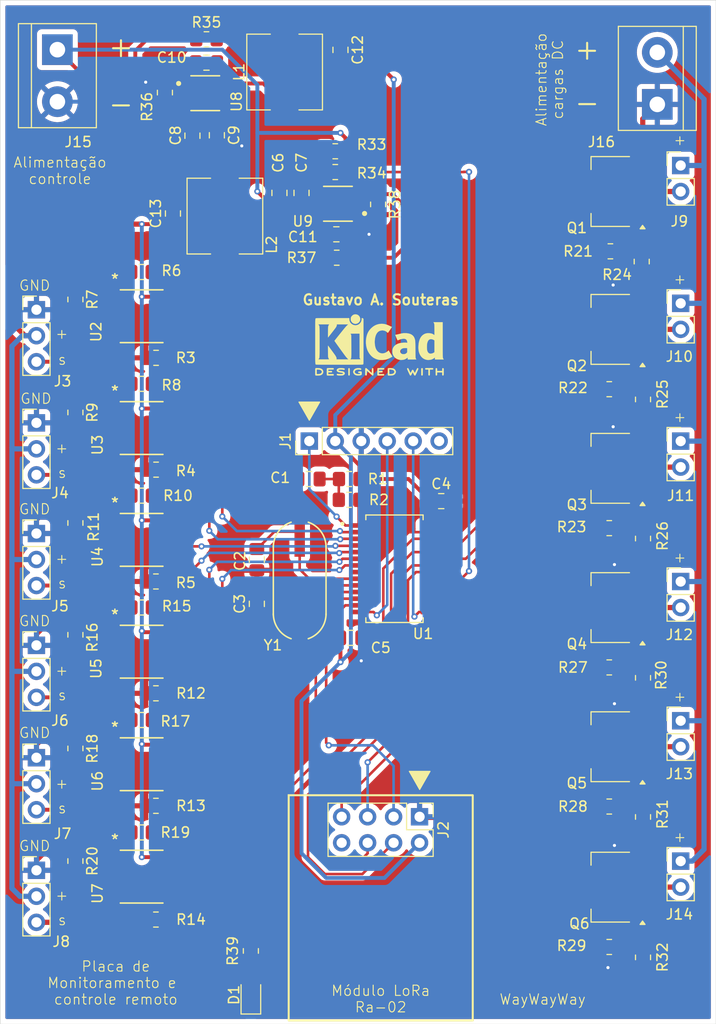
<source format=kicad_pcb>
(kicad_pcb (version 20240108) (generator "pcbnew") (generator_version "8.0")
  (title_block (title "Estante Irrigada - Controle") (date "2024-07-13") (rev "1") (company "Gustavo Adolpho Souteras Barbosa"))
  (layers (0 "F.Cu" signal) (31 "B.Cu" signal) (34 "B.Paste" user) (35 "F.Paste" user) (36 "B.SilkS" user "B.Silkscreen") (37 "F.SilkS" user "F.Silkscreen") (38 "B.Mask" user) (39 "F.Mask" user) (44 "Edge.Cuts" user))
  (net 0 "")
  (net 1 "GND")
  (net 2 "Net-(U4-VREF)")
  (net 3 "Net-(Q3-G)")
  (net 4 "/Acionamento/VALVULA2")
  (net 5 "Net-(Q2-G)")
  (net 6 "/Acionamento/VALVULA1")
  (net 7 "Net-(Q1-G)")
  (net 8 "/Acionamento/VALVULA0")
  (net 9 "/Alimentação/SENSOR_EN")
  (net 10 "+3.3V")
  (net 11 "/Controle/MCLR")
  (net 12 "/Alimentação/SENSOR_3V3")
  (net 13 "Net-(Q6-G)")
  (net 14 "Net-(Q5-G)")
  (net 15 "/Controle/SENSOR0")
  (net 16 "Net-(U3-VFG)")
  (net 17 "Net-(U3-VREF)")
  (net 18 "/Controle/SENSOR1")
  (net 19 "Net-(U4-VFG)")
  (net 20 "Net-(U5-VFG)")
  (net 21 "/Controle/SENSOR2")
  (net 22 "Net-(U5-VREF)")
  (net 23 "Net-(U7-VFG)")
  (net 24 "/Controle/SENSOR3")
  (net 25 "Net-(U7-VREF)")
  (net 26 "/Controle/SENSOR4")
  (net 27 "/Controle/SENSOR5")
  (net 28 "/Acionamento/VALVULA5")
  (net 29 "/Acionamento/VALVULA4")
  (net 30 "/Acionamento/VALVULA3")
  (net 31 "Net-(J9-Pin_2)")
  (net 32 "/Controle/OSCO")
  (net 33 "Net-(D1-A)")
  (net 34 "/Controle/PGD")
  (net 35 "/Controle/LORA_MOSI")
  (net 36 "/Controle/PGC")
  (net 37 "/Controle/LORA_RST")
  (net 38 "/Controle/LORA_NSS")
  (net 39 "/Controle/LORA_MISO")
  (net 40 "/Controle/LORA_CLK")
  (net 41 "/Controle/OSCI")
  (net 42 "Net-(U2-VFG)")
  (net 43 "Net-(U9-FB)")
  (net 44 "Net-(U8-FB)")
  (net 45 "Net-(C1-Pad1)")
  (net 46 "Net-(U9-EN)")
  (net 47 "Net-(Q4-G)")
  (net 48 "Net-(U2-VREF)")
  (net 49 "Net-(U6-VREF)")
  (net 50 "Net-(U6-VFG)")
  (net 51 "Net-(J11-Pin_2)")
  (net 52 "Net-(J12-Pin_2)")
  (net 53 "Net-(J13-Pin_2)")
  (net 54 "Net-(J14-Pin_2)")
  (net 55 "Net-(J10-Pin_2)")
  (net 56 "Net-(J8-Pin_3)")
  (net 57 "Net-(J7-Pin_3)")
  (net 58 "Net-(J6-Pin_3)")
  (net 59 "Net-(J5-Pin_3)")
  (net 60 "Net-(J4-Pin_3)")
  (net 61 "Net-(J3-Pin_3)")
  (net 62 "Net-(U8-SW)")
  (net 63 "Net-(U9-SW)")
  (net 65 "Net-(U8-CB)")
  (net 66 "Net-(U9-CB)")
  (net 67 "+V_{acc}")
  (net 68 "/Alimentação/VIN")
  (net 69 "/Controle/LED")
  (footprint "Capacitor_SMD:C_0805_2012Metric_Pad1.18x1.45mm_HandSolder" (layer "F.Cu") (at 147.8685 116.2875)
    (property "Reference" "C5")
    (property "Value" "100nF" (hide yes))
  )
  (footprint "Capacitor_SMD:C_0805_2012Metric_Pad1.18x1.45mm_HandSolder" (layer "F.Cu") (at 130.48 74.8405 90)
    (property "Reference" "C13")
    (property "Value" "10uF" (hide yes))
  )
  (footprint "Resistor_SMD:R_0805_2012Metric_Pad1.20x1.40mm_HandSolder" (layer "F.Cu") (at 147.701 102.8065)
    (property "Reference" "R2")
    (property "Value" "470")
  )
  (footprint "Resistor_SMD:R_0805_2012Metric_Pad1.20x1.40mm_HandSolder" (layer "F.Cu") (at 133.757 57.8225)
    (property "Reference" "R35")
    (property "Value" "100k" (hide yes))
  )
  (footprint "Resistor_SMD:R_0805_2012Metric_Pad1.20x1.40mm_HandSolder" (layer "F.Cu") (at 146.498 79.1585 180)
    (property "Reference" "R37")
    (property "Value" "100k" (hide yes))
  )
  (footprint "Resistor_SMD:R_0805_2012Metric_Pad1.20x1.40mm_HandSolder" (layer "F.Cu") (at 120.939 127.0897 90)
    (property "Reference" "R18")
    (property "Value" "1k" (hide yes))
  )
  (footprint "Resistor_SMD:R_0805_2012Metric_Pad1.20x1.40mm_HandSolder" (layer "F.Cu") (at 173.152 146.4795)
    (property "Reference" "R29")
    (property "Value" "330" (hide yes))
  )
  (footprint "LED_SMD:LED_0805_2012Metric_Pad1.15x1.40mm_HandSolder" (layer "F.Cu") (at 138.1 151.1675 90)
    (property "Reference" "D1")
    (property "Value" "LED")
  )
  (footprint "Connector_PinHeader_2.54mm:PinHeader_1x03_P2.54mm_Vertical" (layer "F.Cu") (at 117.129 106.0975)
    (property "Reference" "J5")
    (property "Value" "Conn_01x03" (hide yes))
  )
  (footprint "Resistor_SMD:R_0805_2012Metric_Pad1.20x1.40mm_HandSolder" (layer "F.Cu") (at 173.152 132.7635)
    (property "Reference" "R28")
    (property "Value" "330" (hide yes))
  )
  (footprint "Resistor_SMD:R_0805_2012Metric_Pad1.20x1.40mm_HandSolder" (layer "F.Cu") (at 173.263 78.5345)
    (property "Reference" "R21")
    (property "Value" "330" (hide yes))
  )
  (footprint "Inductor_SMD:L_7.3x7.3_H3.5" (layer "F.Cu") (at 135.56 75.0945 -90)
    (property "Reference" "L2")
    (property "Value" "22uH" (hide yes))
  )
  (footprint "TerminalBlock:TerminalBlock_bornier-2_P5.08mm" (layer "F.Cu") (at 119.177 58.8385 -90)
    (property "Reference" "J15")
    (property "Value" "Conn_01x02" (hide yes))
  )
  (footprint "Package_TO_SOT_SMD:SOT-223-3_TabPin2" (layer "F.Cu") (at 173.279 126.9215 180)
    (property "Reference" "Q5")
    (property "Value" "STN4NF20L" (hide yes))
  )
  (footprint "MCP6N11-001E-SN:SOIC8-N_MC_MCH" (layer "F.Cu") (at 127.416 117.6395)
    (property "Reference" "U5")
    (property "Value" "MCP6N11-001E/SN" (hide yes))
  )
  (footprint "Resistor_SMD:R_0805_2012Metric_Pad1.20x1.40mm_HandSolder" (layer "F.Cu") (at 127.416 113.3215 180)
    (property "Reference" "R15")
    (property "Value" "620" (hide yes))
  )
  (footprint "Resistor_SMD:R_0805_2012Metric_Pad1.20x1.40mm_HandSolder" (layer "F.Cu") (at 120.939 138.0865 90)
    (property "Reference" "R20")
    (property "Value" "1k" (hide yes))
  )
  (footprint "Inductor_SMD:L_7.3x7.3_H3.5" (layer "F.Cu") (at 141.402 61.0225 90)
    (property "Reference" "L1")
    (property "Value" "22uH" (hide yes))
  )
  (footprint "Resistor_SMD:R_0805_2012Metric_Pad1.20x1.40mm_HandSolder" (layer "F.Cu") (at 128.829 99.8595)
    (property "Reference" "R4")
    (property "Value" "100" (hide yes))
  )
  (footprint "Resistor_SMD:R_0805_2012Metric_Pad1.20x1.40mm_HandSolder" (layer "F.Cu") (at 127.416 102.3995 180)
    (property "Reference" "R10")
    (property "Value" "620" (hide yes))
  )
  (footprint "Capacitor_SMD:C_0805_2012Metric_Pad1.18x1.45mm_HandSolder" (layer "F.Cu") (at 143.053 72.83 90)
    (property "Reference" "C7")
    (property "Value" "100nF" (hide yes))
  )
  (footprint "Resistor_SMD:R_0805_2012Metric_Pad1.20x1.40mm_HandSolder" (layer "F.Cu") (at 176.454 106.5875 -90)
    (property "Reference" "R26")
    (property "Value" "100k" (hide yes))
  )
  (footprint "Resistor_SMD:R_0805_2012Metric_Pad1.20x1.40mm_HandSolder" (layer "F.Cu") (at 120.939 115.9885 90)
    (property "Reference" "R16")
    (property "Value" "1k" (hide yes))
  )
  (footprint "Package_TO_SOT_SMD:SOT-223-3_TabPin2" (layer "F.Cu") (at 173.279 72.6925 180)
    (property "Reference" "Q1")
    (property "Value" "STN4NF20L" (hide yes))
  )
  (footprint "Resistor_SMD:R_0805_2012Metric_Pad1.20x1.40mm_HandSolder" (layer "F.Cu") (at 146.355 70.7925 180)
    (property "Reference" "R34")
    (property "Value" "0" (hide yes))
  )
  (footprint "Resistor_SMD:R_0805_2012Metric_Pad1.20x1.40mm_HandSolder" (layer "F.Cu") (at 138.1 146.8655 -90)
    (property "Reference" "R39")
    (property "Value" "330")
  )
  (footprint "Resistor_SMD:R_0805_2012Metric_Pad1.20x1.40mm_HandSolder" (layer "F.Cu") (at 120.939 105.0665 90)
    (property "Reference" "R11")
    (property "Value" "1k" (hide yes))
  )
  (footprint "Resistor_SMD:R_0805_2012Metric_Pad1.20x1.40mm_HandSolder" (layer "F.Cu") (at 127.416 91.4775)
    (property "Reference" "R8")
    (property "Value" "620" (hide yes))
  )
  (footprint "TerminalBlock:TerminalBlock_bornier-2_P5.08mm" (layer "F.Cu") (at 177.851 64.1835 90)
    (property "Reference" "J16")
    (property "Value" "Conn_01x02" (hide yes))
  )
  (footprint "Connector_PinHeader_2.54mm:PinHeader_1x03_P2.54mm_Vertical" (layer "F.Cu") (at 117.129 138.9905)
    (property "Reference" "J8")
    (property "Value" "Conn_01x03" (hide yes))
  )
  (footprint "Package_TO_SOT_SMD:SOT-223-3_TabPin2" (layer "F.Cu") (at 173.279 86.1595 180)
    (property "Reference" "Q2")
    (property "Value" "STN4NF20L" (hide yes))
  )
  (footprint "Capacitor_SMD:C_0805_2012Metric_Pad1.18x1.45mm_HandSolder" (layer "F.Cu") (at 134.773 67.199 -90)
    (property "Reference" "C9")
    (property "Value" "100nF" (hide yes))
  )
  (footprint "Resistor_SMD:R_0805_2012Metric_Pad1.20x1.40mm_HandSolder" (layer "F.Cu") (at 127.416 124.3117 180)
    (property "Reference" "R17")
    (property "Value" "620" (hide yes))
  )
  (footprint "Resistor_SMD:R_0805_2012Metric_Pad1.20x1.40mm_HandSolder" (layer "F.Cu") (at 173.152 119.1745)
    (property "Reference" "R27")
    (property "Value" "330" (hide yes))
  )
  (footprint "Resistor_SMD:R_0805_2012Metric_Pad1.20x1.40mm_HandSolder" (layer "F.Cu") (at 128.829 88.9375)
    (property "Reference" "R3")
    (property "Value" "100" (hide yes))
  )
  (footprint "Connector_PinHeader_2.54mm:PinHeader_1x03_P2.54mm_Vertical" (layer "F.Cu") (at 117.129 84.2385)
    (property "Reference" "J3")
    (property "Value" "Conn_01x03" (hide yes))
  )
  (footprint "Resistor_SMD:R_0805_2012Metric_Pad1.20x1.40mm_HandSolder" (layer "F.Cu") (at 176.454 133.7795 -90)
    (property "Reference" "R31")
    (property "Value" "100k" (hide yes))
  )
  (footprint "Connector_PinHeader_2.54mm:PinHeader_1x02_P2.54mm_Vertical" (layer "F.Cu") (at 180.137 124.3815)
    (property "Reference" "J13")
    (property "Value" "Conn_01x02" (hide yes))
  )
  (footprint "Resistor_SMD:R_0805_2012Metric_Pad1.20x1.40mm_HandSolder" (layer "F.Cu") (at 176.327 79.5345 -90)
    (property "Reference" "R24")
    (property "Value" "100k" (hide yes))
  )
  (footprint "Resistor_SMD:R_0805_2012Metric_Pad1.20x1.40mm_HandSolder" (layer "F.Cu") (at 176.454 147.4955 -90)
    (property "Reference" "R32")
    (property "Value" "100k" (hide yes))
  )
  (footprint "MCP6N11-001E-SN:SOIC8-N_MC_MCH" (layer "F.Cu") (at 127.416 84.8735)
    (property "Reference" "U2")
    (property "Value" "MCP6N11-001E/SN" (hide yes))
  )
  (footprint "Capacitor_SMD:C_0805_2012Metric_Pad1.18x1.45mm_HandSolder" (layer "F.Cu") (at 132.385 67.242 -90)
    (property "Reference" "C8")
    (property "Value" "1uF" (hide yes))
  )
  (footprint "Connector_PinHeader_2.54mm:PinHeader_1x03_P2.54mm_Vertical" (layer "F.Cu") (at 117.129 95.2875)
    (property "Reference" "J4")
    (property "Value" "Conn_01x03" (hide yes))
  )
  (footprint "Connector_PinHeader_2.54mm:PinHeader_2x04_P2.54mm_Vertical" (layer "F.Cu") (at 154.6 133.7635 -90)
    (property "Reference" "J2")
    (property "Value" "Conn_02x04_Odd_Even" (hide yes))
  )
  (footprint "MCP6N11-001E-SN:SOIC8-N_MC_MCH" (layer "F.Cu") (at 127.416 128.6297)
    (property "Reference" "U6")
    (property "Value" "MCP6N11-001E/SN" (hide yes))
  )
  (footprint "Symbol:KiCad-Logo2_5mm_SilkScreen" (layer "F.Cu") (at 150.673 87.6675)
    (property "Reference" "REF**" (hide yes))
    (property "Value" "KiCad-Logo2_5mm_SilkScreen" (hide yes))
  )
  (footprint "Resistor_SMD:R_0805_2012Metric_Pad1.20x1.40mm_HandSolder" (layer "F.Cu") (at 128.813 110.7815 180)
    (property "Reference" "R5")
    (property "Value" "100" (hide yes))
  )
  (footprint "MCP6N11-001E-SN:SOIC8-N_MC_MCH" (layer "F.Cu") (at 127.416 95.7955)
    (property "Reference" "U3")
    (property "Value" "MCP6N11-001E/SN" (hide yes))
  )
  (footprint "LFXTAL003151:HC-49&slash_US_11P4X3P8_IQD" (layer "F.Cu") (at 142.875 110.6805 -90)
    (property "Reference" "Y1")
    (property "Value" "8MHz")
  )
  (footprint "Resistor_SMD:R_0805_2012Metric_Pad1.20x1.40mm_HandSolder" (layer "F.Cu") (at 120.939 94.2715 -90)
    (property "Reference" "R9")
    (property "Value" "1k" (hide yes))
  )
  (footprint "Connector_PinHeader_2.54mm:PinHeader_1x03_P2.54mm_Vertical" (layer "F.Cu") (at 117.129 117.0195)
    (property "Reference" "J6")
    (property "Value" "Conn_01x03" (hide yes))
  )
  (footprint "Resistor_SMD:R_0805_2012Metric_Pad1.20x1.40mm_HandSolder" (layer "F.Cu") (at 173.152 92.0015)
    (property "Reference" "R22")
    (property "Value" "330" (hide yes))
  )
  (footprint "Resistor_SMD:R_0805_2012Metric_Pad1.20x1.40mm_HandSolder" (layer "F.Cu") (at 147.717 100.7745 180)
    (property "Reference" "R1")
    (property "Value" "10k")
  )
  (footprint "Capacitor_SMD:C_0805_2012Metric_Pad1.18x1.45mm_HandSolder" (layer "F.Cu") (at 138.684 112.9665 90)
    (property "Reference" "C3")
    (property "Value" "33pF" (hide yes))
  )
  (footprint "Resistor_SMD:R_0805_2012Metric_Pad1.20x1.40mm_HandSolder" (layer "F.Cu") (at 176.454 93.0015 -90)
    (property "Reference" "R25")
    (property "Value" "100k" (hide yes))
  )
  (footprint "Resistor_SMD:R_0805_2012Metric_Pad1.20x1.40mm_HandSolder" (layer "F.Cu") (at 146.355 68.7605 180)
    (property "Reference" "R33")
    (property "Value" "0" (hide yes))
  )
  (footprint "Capacitor_SMD:C_0805_2012Metric_Pad1.18x1.45mm_HandSolder" (layer "F.Cu") (at 156.718 102.9335)
    (property "Reference" "C4")
    (property "Value" "100nF" (hide yes))
  )
  (footprint "Capacitor_SMD:C_0805_2012Metric_Pad1.18x1.45mm_HandSolder" (layer "F.Cu") (at 146.863 58.86 -90)
    (property "Reference" "C12")
    (property "Value" "10uF" (hide yes))
  )
  (footprint "Resistor_SMD:R_0805_2012Metric_Pad1.20x1.40mm_HandSolder" (layer "F.Cu") (at 128.813 121.7035 180)
    (property "Reference" "R12")
    (property "Value" "100" (hide yes))
  )
  (footprint "Resistor_SMD:R_0805_2012Metric_Pad1.20x1.40mm_HandSolder" (layer "F.Cu") (at 127.4 80.5555 180)
    (property "Reference" "R6")
    (property "Value" "620" (hide yes))
  )
  (footprint "Resistor_SMD:R_0805_2012Metric_Pad1.20x1.40mm_HandSolder" (layer "F.Cu") (at 127.416 135.2925 180)
    (property "Reference" "R19")
    (property "Value" "620" (hide yes))
  )
  (footprint "Resistor_SMD:R_0805_2012Metric_Pad1.20x1.40mm_HandSolder" (layer "F.Cu") (at 176.454 120.1905 -90)
    (property "Reference" "R30")
    (property "Value" "100k" (hide yes))
  )
  (footprint "Capacitor_SMD:C_0805_2012Metric_Pad1.18x1.45mm_HandSolder" (layer "F.Cu") (at 133.757 60.1085)
    (property "Reference" "C10")
    (property "Value" "100nF" (hide yes))
  )
  (footprint "Connector_PinHeader_2.54mm:PinHeader_1x06_P2.54mm_Vertical" (layer "F.Cu") (at 143.815 97.0655 90)
    (property "Reference" "J1")
    (property "Value" "Conn_01x06" (hide yes))
  )
  (footprint "Capacitor_SMD:C_0805_2012Metric_Pad1.18x1.45mm_HandSolder" (layer "F.Cu") (at 140.894 72.83 90)
    (property "Reference" "C6")
    (property "Value" "1uF" (hide yes))
  )
  (footprint "Connector_PinHeader_2.54mm:PinHeader_1x02_P2.54mm_Vertical" (layer "F.Cu") (at 180.137 110.7875)
    (property "Reference" "J12")
    (property "Value" "Conn_01x02" (hide yes))
  )
  (footprint "Connector_PinHeader_2.54mm:PinHeader_1x02_P2.54mm_Vertical" (layer "F.Cu") (at 180.137 138.0925)
    (property "Reference" "J14")
    (property "Value" "Conn_01x02" (hide yes))
  )
  (footprint "LMR51610XDBVR:DBV0006A-IPC_A" (layer "F.Cu") (at 133.637483 63.090501)
    (property "Reference" "U8")
    (property "Value" "LMR51610XDBVR")
  )
  (footprint "Capacitor_SMD:C_0805_2012Metric_Pad1.18x1.45mm_HandSolder" (layer "F.Cu") (at 146.4605 76.8725 180)
    (property "Reference" "C11")
    (property "Value" "100nF" (hide yes))
  )
  (footprint "Connector_PinHeader_2.54mm:PinHeader_1x02_P2.54mm_Vertical" (layer "F.Cu") (at 180.137 83.6145)
    (property "Reference" "J10")
    (property "Value" "Conn_01x02" (hide yes))
  )
  (footprint "Package_TO_SOT_SMD:SOT-223-3_TabPin2" (layer "F.Cu") (at 173.279 140.6375 180)
    (property "Reference" "Q6")
    (property "Value" "STN4NF20L" (hide yes))
  )
  (footprint "PIC24F16KA102-I_SS:SOP65P780X200-28N" (layer "F.Cu") (at 152.146 109.5375)
    (property "Reference" "U1")
    (property "Value" "PIC24F16KA102-I/SS" (hide yes))
  )
  (footprint "Package_TO_SOT_SMD:SOT-223-3_TabPin2" (layer "F.Cu") (at 173.279 113.3325 180)
    (property "Reference" "Q4")
    (property "Value" "STN4NF20L" (hide yes))
  )
  (footprint "Package_TO_SOT_SMD:SOT-223-3_TabPin2" (layer "F.Cu") (at 173.279 99.7295 180)
    (property "Reference" "Q3")
    (property "Value" "STN4NF20L" (hide yes))
  )
  (footprint "Resistor_SMD:R_0805_2012Metric_Pad1.20x1.40mm_HandSolder" (layer "F.Cu") (at 128.813 132.6937)
    (property "Reference" "R13")
    (property "Value" "100" (hide yes))
  )
  (footprint "Capacitor_SMD:C_0805_2012Metric_Pad1.18x1.45mm_HandSolder" (layer "F.Cu") (at 138.684 108.6485 -90)
    (property "Reference" "C2")
    (property "Value" "33pF" (hide yes))
  )
  (footprint "Capacitor_SMD:C_0805_2012Metric_Pad1.18x1.45mm_HandSolder" (layer "F.Cu") (at 143.7855 100.7745 180)
    (property "Reference" "C1")
    (property "Value" "100nF" (hide yes))
  )
  (footprint "Connector_PinHeader_2.54mm:PinHeader_1x03_P2.54mm_Vertical" (layer "F.Cu") (at 117.129 127.9947)
    (property "Reference" "J7")
    (property "Value" "Conn_01x03" (hide yes))
  )
  (footprint "Connector_PinHeader_2.54mm:PinHeader_1x02_P2.54mm_Vertical" (layer "F.Cu") (at 180.137 70.1525)
    (property "Reference" "J9")
    (property "Value" "Conn_01x02" (hide yes))
  )
  (footprint "Resistor_SMD:R_0805_2012Metric_Pad1.20x1.40mm_HandSolder" (layer "F.Cu") (at 129.693 63.0295 90)
    (property "Reference" "R36")
    (property "Value" "32k" (hide yes))
  )
  (footprint "Resistor_SMD:R_0805_2012Metric_Pad1.20x1.40mm_HandSolder" (layer "F.Cu") (at 150.546 73.9515 -90)
    (property "Reference" "R38")
    (property "Value" "32k" (hide yes))
  )
  (footprint "Resistor_SMD:R_0805_2012Metric_Pad1.20x1.40mm_HandSolder" (layer "F.Cu") (at 120.939 83.2385 -90)
    (property "Reference" "R7")
    (property "Value" "1k" (hide yes))
  )
  (footprint "Resistor_SMD:R_0805_2012Metric_Pad1.20x1.40mm_HandSolder" (layer "F.Cu") (at 173.152 105.5715)
    (property "Reference" "R23")
    (property "Value" "330" (hide yes))
  )
  (footprint "MCP6N11-001E-SN:SOIC8-N_MC_MCH" (layer "F.Cu") (at 127.416 139.6105)
    (property "Reference" "U7")
    (property "Value" "MCP6N11-001E/SN" (hide yes))
  )
  (footprint "Resistor_SMD:R_0805_2012Metric_Pad1.20x1.40mm_HandSolder" (layer "F.Cu") (at 128.813 143.8015 180)
    (property "Reference" "R14")
    (property "Value" "100" (hide yes))
  )
  (footprint "LMR51610XDBVR:DBV0006A-IPC_A" (layer "F.Cu") (at 146.616483 73.890499 180)
    (property "Reference" "U9")
    (property "Value" "LMR51610XDBVR")
  )
  (footprint "MCP6N11-001E-SN:SOIC8-N_MC_MCH" (layer "F.Cu") (at 127.416 106.7175)
    (property "Reference" "U4")
    (property "Value" "MCP6N11-001E/SN" (hide yes))
  )
  (footprint "Connector_PinHeader_2.54mm:PinHeader_1x02_P2.54mm_Vertical" (layer "F.Cu") (at 180.137 97.0715)
    (property "Reference" "J11")
    (property "Value" "Conn_01x02" (hide yes))
  )
  (gr_poly (pts (xy 154.61 131.1015) (xy 153.594 129.3235) (xy 155.626 129.3235)) (stroke (width 0.1)) (fill solid) (layer "F.SilkS"))
  (gr_poly (pts (xy 143.815 95.0335) (xy 142.799 93.2555) (xy 144.831 93.2555)) (stroke (width 0.1)) (fill solid) (layer "F.SilkS"))
  (gr_rect (start 141.8 131.6585) (end 159.8 153.6585) (stroke (width 0.2)) (fill none) (layer "F.SilkS"))
  (gr_rect (start 113.589 54.0125) (end 183.589 154.0125) (stroke (width 0.05)) (fill none) (layer "Edge.Cuts"))
  (gr_text "GND" (at 115.367 82.4605 0) (layer "F.SilkS") (effects (font (size 1 1) (thickness 0.1)) (justify left bottom)))
  (gr_text "GND" (at 115.367 126.1485 0) (layer "F.SilkS") (effects (font (size 1 1) (thickness 0.1)) (justify left bottom)))
  (gr_text "-" (at 124.003 65.3155 0) (layer "F.SilkS") (effects (font (size 2.032 2.032) (thickness 0.2032)) (justify left bottom)))
  (gr_text "+" (at 169.596 59.9815 0) (layer "F.SilkS") (effects (font (size 2.032 2.032) (thickness 0.2032)) (justify left bottom)))
  (gr_text "GND" (at 115.367 115.2265 0) (layer "F.SilkS") (effects (font (size 1 1) (thickness 0.1)) (justify left bottom)))
  (gr_text "Alimentação\ncargas DC" (at 168.707 61.7595 90) (layer "F.SilkS") (effects (font (size 1 1) (thickness 0.1)) (justify bottom)))
  (gr_text "GND" (at 115.367 137.1975 0) (layer "F.SilkS") (effects (font (size 1 1) (thickness 0.1)) (justify left bottom)))
  (gr_text "Alimentação\ncontrole" (at 119.431 72.0465 0) (layer "F.SilkS") (effects (font (size 1 1) (thickness 0.1)) (justify bottom)))
  (gr_text "+" (at 179.375 109.0035 0) (layer "F.SilkS") (effects (font (size 1 1) (thickness 0.1)) (justify left bottom)))
  (gr_text "s" (at 119.177 144.4365 0) (layer "F.SilkS") (effects (font (size 1 1) (thickness 0.1)) (justify left bottom)))
  (gr_text "+" (at 118.923 131.1015 0) (layer "F.SilkS") (effects (font (size 1 1) (thickness 0.1)) (justify left bottom)))
  (gr_text "WayWayWay" (at 162.357 152.1835 0) (layer "F.SilkS") (effects (font (size 1 1) (thickness 0.1)) (justify left bottom)))
  (gr_text "+" (at 124.003 59.7275 0) (layer "F.SilkS") (effects (font (size 2.032 2.032) (thickness 0.2032)) (justify left bottom)))
  (gr_text "+" (at 179.375 81.8255 0) (layer "F.SilkS") (effects (font (size 1 1) (thickness 0.1)) (justify left bottom)))
  (gr_text "s" (at 119.177 100.7485 0) (layer "F.SilkS") (effects (font (size 1 1) (thickness 0.1)) (justify left bottom)))
  (gr_text "+" (at 118.923 120.0525 0) (layer "F.SilkS") (effects (font (size 1 1) (thickness 0.1)) (justify left bottom)))
  (gr_text "s" (at 119.177 89.6995 0) (layer "F.SilkS") (effects (font (size 1 1) (thickness 0.1)) (justify left bottom)))
  (gr_text "s" (at 119.177 133.5145 0) (layer "F.SilkS") (effects (font (size 1 1) (thickness 0.1)) (justify left bottom)))
  (gr_text "+" (at 179.375 68.2365 0) (layer "F.SilkS") (effects (font (size 1 1) (thickness 0.1)) (justify left bottom)))
  (gr_text "s" (at 119.177 111.5435 0) (layer "F.SilkS") (effects (font (size 1 1) (thickness 0.1)) (justify left bottom)))
  (gr_text "GND" (at 115.367 104.3045 0) (layer "F.SilkS") (effects (font (size 1 1) (thickness 0.1)) (justify left bottom)))
  (gr_text "+" (at 179.375 95.2875 0) (layer "F.SilkS") (effects (font (size 1 1) (thickness 0.1)) (justify left bottom)))
  (gr_text "Módulo LoRa\nRa-02" (at 150.8 152.9455 0) (layer "F.SilkS") (effects (font (size 1 1) (thickness 0.1)) (justify bottom)))
  (gr_text "s" (at 119.177 122.4655 0) (layer "F.SilkS") (effects (font (size 1 1) (thickness 0.1)) (justify left bottom)))
  (gr_text "+" (at 118.923 87.1595 0) (layer "F.SilkS") (effects (font (size 1 1) (thickness 0.1)) (justify left bottom)))
  (gr_text "Placa de\nMonitoramento e \ncontrole remoto" (at 124.892 152.1835 0) (layer "F.SilkS") (effects (font (size 1 1) (thickness 0.1)) (justify bottom)))
  (gr_text "GND" (at 115.494 93.5095 0) (layer "F.SilkS") (effects (font (size 1 1) (thickness 0.1)) (justify left bottom)))
  (gr_text "Gustavo A. Souteras" (at 150.8 83.8575 0) (layer "F.SilkS") (effects (font (size 1 1) (thickness 0.2) (bold yes)) (justify bottom)))
  (gr_text "+" (at 179.375 136.3085 0) (layer "F.SilkS") (effects (font (size 1 1) (thickness 0.1)) (justify left bottom)))
  (gr_text "+" (at 118.923 142.0235 0) (layer "F.SilkS") (effects (font (size 1 1) (thickness 0.1)) (justify left bottom)))
  (gr_text "+" (at 118.923 109.1305 0) (layer "F.SilkS") (effects (font (size 1 1) (thickness 0.1)) (justify left bottom)))
  (gr_text "-" (at 169.596 65.1885 0) (layer "F.SilkS") (effects (font (size 2.032 2.032) (thickness 0.2032)) (justify left bottom)))
  (gr_text "+" (at 118.923 98.3355 0) (layer "F.SilkS") (effects (font (size 1 1) (thickness 0.1)) (justify left bottom)))
  (gr_text "+" (at 179.375 122.5925 0) (layer "F.SilkS") (effects (font (size 1 1) (thickness 0.1)) (justify left bottom)))
  (segment (start 176.429 65.6055) (end 176.429 70.3925) (width 0.508) (layer "F.Cu") (net 1))
  (segment (start 177.851 64.1835) (end 176.429 65.6055) (width 0.508) (layer "F.Cu") (net 1))
  (segment (start 176.327 80.5345) (end 176.327 81.8255) (width 0.508) (layer "F.Cu") (net 1))
  (segment (start 157.7555 102.683) (end 159.563 100.8755) (width 0.381) (layer "F.Cu") (net 1))
  (segment (start 127.813 119.5445) (end 127.813 118.3921) (width 0.381) (layer "F.Cu") (net 1))
  (segment (start 125.0538 106.0825) (end 120.955 106.0825) (width 0.381) (layer "F.Cu") (net 1))
  (segment (start 132.14 152.1925) (end 138.1 152.1925) (width 0.381) (layer "F.Cu") (net 1))
  (segment (start 176.454 134.7795) (end 176.454 136.5625) (width 0.508) (layer "F.Cu") (net 1))
  (segment (start 127.829 97.7005) (end 127.829 96.5641) (width 0.381) (layer "F.Cu") (net 1))
  (segment (start 127.829 88.9375) (end 127.829 86.9055) (width 0.381) (layer "F.Cu") (net 1))
  (segment (start 148.895 118.5285) (end 148.895 116.2985) (width 0.381) (layer "F.Cu") (net 1))
  (segment (start 119.177 63.9185) (end 123.538 68.2795) (width 0.381) (layer "F.Cu") (net 1))
  (segment (start 158.039 145.3255) (end 161.209 148.4955) (width 0.381) (layer "F.Cu") (net 1))
  (segment (start 173.533 81.8255) (end 176.327 81.8255) (width 0.381) (layer "F.Cu") (net 1))
  (segment (start 131.176001 63.090501) (end 130.115 62.0295) (width 0.381) (layer "F.Cu") (net 1))
  (segment (start 125.0538 138.9755) (end 121.05 138.9755) (width 0.381) (layer "F.Cu") (net 1))
  (segment (start 148.895 94.5255) (end 148.895 92.1125) (width 0.381) (layer "F.Cu") (net 1))
  (segment (start 125.0538 86.7785) (end 127.702 86.7785) (width 0.381) (layer "F.Cu") (net 1))
  (segment (start 159.563 95.4145) (end 158.674 94.5255) (width 0.381) (layer "F.Cu") (net 1))
  (segment (start 155.651 105.9625) (end 153.527376 105.9625) (width 0.254) (layer "F.Cu") (net 1))
  (segment (start 137.211 68.2365) (end 140.894 68.2365) (width 0.381) (layer "F.Cu") (net 1))
  (segment (start 146.863 63.6645) (end 146.863 59.8975) (width 0.381) (layer "F.Cu") (net 1))
  (segment (start 117.129 138.1025) (end 122.5378 132.6937) (width 0.381) (layer "F.Cu") (net 1))
  (segment (start 127.813 130.5347) (end 127.813 129.3823) (width 0.381) (layer "F.Cu") (net 1))
  (segment (start 117.129 104.8285) (end 122.098 99.8595) (width 0.381) (layer "F.Cu") (net 1))
  (segment (start 126.4254 117.0045) (end 125.0538 117.0045) (width 0.381) (layer "F.Cu") (net 1))
  (segment (start 140.894 71.7925) (end 140.894 68.2365) (width 0.381) (layer "F.Cu") (net 1))
  (segment (start 125.0538 117.0045) (end 120.955 117.0045) (width 0.381) (layer "F.Cu") (net 1))
  (segment (start 126.4254 106.0825) (end 125.0538 106.0825) (width 0.381) (layer "F.Cu") (net 1))
  (segment (start 121.971 88.9375) (end 127.829 88.9375) (width 0.381) (layer "F.Cu") (net 1))
  (segment (start 127.829 86.9055) (end 127.829 85.6421) (width 0.381) (layer "F.Cu") (net 1))
  (segment (start 117.129 95.2875) (end 120.923 95.2875) (width 0.381) (layer "F.Cu") (net 1))
  (segment (start 155.651 105.9625) (end 156.637376 105.9625) (width 0.254) (layer "F.Cu") (net 1))
  (segment (start 176.327 81.8255) (end 176.327 83.7575) (width 0.508) (layer "F.Cu") (net 1))
  (segment (start 125.0538 141.5155) (end 127.813 141.5155) (width 0.381) (layer "F.Cu") (net 1))
  (segment (start 117.129 106.0975) (end 120.908 106.0975) (width 0.381) (layer "F.Cu") (net 1))
  (segment (start 127.813 143.8015) (end 127.813 147.8655) (width 0.381) (layer "F.Cu") (net 1))
  (segment (start 176.327 122.7195) (end 176.454 122.8465) (width 0.381) (layer "F.Cu") (net 1))
  (segment (start 117.129 127.9947) (end 117.129 126.7995) (width 0.381) (layer "F.Cu") (net 1))
  (segment (start 127.829 99.8595) (end 127.829 97.7005) (width 0.381) (layer "F.Cu") (net 1))
  (segment (start 149.627376 109.8625) (end 148.641 109.8625) (width 0.254) (layer "F.Cu") (net 1))
  (segment (start 126.4254 95.1605) (end 125.0538 95.1605) (width 0.381) (layer "F.Cu") (net 1))
  (segment (start 117.129 138.9905) (end 117.129 138.1025) (width 0.381) (layer "F.Cu") (net 1))
  (segment (start 132.487 63.090501) (end 131.176001 63.090501) (width 0.381) (layer "F.Cu") (net 1))
  (segment (start 125.0538 119.5445) (end 127.813 119.5445) (width 0.381) (layer "F.Cu") (net 1))
  (segment (start 122.352 110.7815) (end 127.813 110.7815) (width 0.381) (layer "F.Cu") (net 1))
  (segment (start 125.0538 130.5347) (end 127.813 130.5347) (width 0.381) (layer "F.Cu") (net 1))
  (segment (start 176.454 121.1905) (end 176.454 122.8465) (width 0.508) (layer "F.Cu") (net 1))
  (segment (start 122.225 121.7035) (end 127.813 121.7035) (width 0.381) (layer "F.Cu") (net 1))
  (segment (start 132.385 68.2795) (end 134.73 68.2795) (width 0.381) (layer "F.Cu") (net 1))
  (segment (start 127.813 140.3631) (end 126.4254 138.9755) (width 0.381) (layer "F.Cu") (net 1))
  (segment (start 148.895 97.0655) (end 148.895 94.5255) (width 0.381) (layer "F.Cu") (net 1))
  (segment (start 122.5378 132.6937) (end 127.813 132.6937) (width 0.381) (layer "F.Cu") (net 1))
  (segment (start 127.829 96.5641) (end 126.4254 95.1605) (width 0.381) (layer "F.Cu") (net 1))
  (segment (start 163.627 64.1835) (end 177.851 64.1835) (width 0.381) (layer "F.Cu") (net 1))
  (segment (start 176.454 136.5625) (end 176.454 138.3125) (width 0.508) (layer "F.Cu") (net 1))
  (segment (start 156.637376 105.9625) (end 157.7555 104.844376) (width 0.254) (layer "F.Cu") (net 1))
  (segment (start 150.546 74.9515) (end 150.546 75.9835) (width 0.381) (layer "F.Cu") (net 1))
  (segment (start 173.533 95.6685) (end 176.454 95.6685) (width 0.381) (layer "F.Cu") (net 1))
  (segment (start 151.149 64.1835) (end 163.627 64.1835) (width 0.381) (layer "F.Cu") (net 1))
  (segment (start 148.895 92.1125) (end 163.627 77.3805) (width 0.381) (layer "F.Cu") (net 1))
  (segment (start 139.243 94.5255) (end 136.83 96.9385) (width 0.381) (layer "F.Cu") (net 1))
  (segment (start 136.83 96.9385) (end 136.83 100.6215) (width 0.381) (layer "F.Cu") (net 1))
  (segment (start 148.895 94.5255) (end 139.243 94.5255) (width 0.381) (layer "F.Cu") (net 1))
  (segment (start 127.813 141.5155) (end 127.813 140.3631) (width 0.381) (layer "F.Cu") (net 1))
  (segment (start 117.129 116.0045) (end 122.352 110.7815) (width 0.381) (layer "F.Cu") (net 1))
  (segment (start 136.983 100.7745) (end 136.83 100.6215) (width 0.381) (layer "F.Cu") (net 1))
  (segment (start 154.6 133.8855) (end 156.632 133.8855) (width 0.381) (layer "F.Cu") (net 1))
  (segment (start 127.813 147.8655) (end 132.14 152.1925) (width 0.381) (layer "F.Cu") (net 1))
  (segment (start 130.48 68.2795) (end 132.385 68.2795) (width 0.381) (layer "F.Cu") (net 1))
  (segment (start 130.48 73.803) (end 130.48 68.2795) (width 0.381) (layer "F.Cu") (net 1))
  (segment (start 117.129 106.0975) (end 117.129 104.8285) (width 0.381) (layer "F.Cu") (net 1))
  (segment (start 142.748 100.7745) (end 136.983 100.7745) (width 0.381) (layer "F.Cu") (net 1))
  (segment (start 123.538 68.2795) (end 130.48 68.2795) (width 0.381) (layer "F.Cu") (net 1))
  (segment (start 117.129 138.9905) (end 120.843 138.9905) (width 0.381) (layer "F.Cu") (net 1))
  (segment (start 140.894 71.7925) (end 143.053 71.7925) (width 0.381) (layer "F.Cu") (net 1))
  (segment (start 125.0538 108.6225) (end 127.813 108.6225) (width 0.381) (layer "F.Cu") (net 1))
  (segment (start 117.129 127.9947) (end 120.844 127.9947) (width 0.381) (layer "F.Cu") (net 1))
  (segment (start 173.66 136.5625) (end 176.454 136.5625) (width 0.381) (layer "F.Cu") (net 1))
  (segment (start 173.66 122.7195) (end 176.327 122.7195) (width 0.381) (layer "F.Cu") (net 1))
  (segment (start 157.7555 104.844376) (end 157.7555 102.9335) (width 0.254) (layer "F.Cu") (net 1))
  (segment (start 176.454 107.5875) (end 176.454 109.1305) (width 0.508) (layer "F.Cu") (net 1))
  (segment (start 122.098 99.8595) (end 127.829 99.8595) (width 0.381) (layer "F.Cu") (net 1))
  (segment (start 127.829 85.6421) (end 126.4254 84.2385) (width 0.381) (layer "F.Cu") (net 1))
  (segment (start 127.813 129.3823) (end 126.4254 127.9947) (width 0.381) (layer "F.Cu") (net 1))
  (segment (start 159.563 100.8755) (end 159.563 95.4145) (width 0.381) (layer "F.Cu") (net 1))
  (segment (start 163.627 77.3805) (end 163.627 64.1835) (width 0.381) (layer "F.Cu") (net 1))
  (segment (start 127.813 121.7035) (end 127.813 119.5445) (width 0.381) (layer "F.Cu") (net 1))
  (segment (start 126.4254 138.9755) (end 125.0538 138.9755) (width 0.381) (layer "F.Cu") (net 1))
  (segment (start 117.129 93.7795) (end 121.971 88.9375) (width 0.381) (layer "F.Cu") (net 1))
  (segment (start 176.454 95.6685) (end 176.454 97.4045) (width 0.508) (layer "F.Cu") (net 1))
  (segment (start 173.66 109.1305) (end 176.454 109.1305) (width 0.381) (layer "F.Cu") (net 1))
  (segment (start 176.454 109.1305) (end 176.454 111.0075) (width 0.508) (layer "F.Cu") (net 1))
  (segment (start 153.527376 105.9625) (end 149.627376 109.8625) (width 0.254) (layer "F.Cu") (net 1))
  (segment (start 117.129 84.2385) (end 125.0538 84.2385) (width 0.381) (layer "F.Cu") (net 1))
  (segment (start 117.129 126.7995) (end 122.225 121.7035) (width 0.381) (layer "F.Cu") (net 1))
  (segment (start 125.0538 127.9947) (end 121.034 127.9947) (width 0.381) (layer "F.Cu") (net 1))
  (segment (start 134.773 68.2365) (end 137.211 68.2365) (width 0.381) (layer "F.Cu") (net 1))
  (segment (start 126.4254 127.9947) (end 125.0538 127.9947) (width 0.381) (layer "F.Cu") (net 1))
  (segment (start 161.209 148.4955) (end 176.454 148.4955) (width 0.381) (layer "F.Cu") (net 1))
  (segment (start 127.813 107.4701) (end 126.4254 106.0825) (width 0.381) (layer "F.Cu") (net 1))
  (segment (start 136.83 100.6215) (end 136.83 108.7495) (width 0.381) (layer "F.Cu") (net 1))
  (segment (start 176.454 122.8465) (end 176.454 124.5965) (width 0.508) (layer "F.Cu") (net 1))
  (segment (start 138.684 111.929) (end 138.684 109.686) (width 0.254) (layer "F.Cu") (net 1))
  (segment (start 127.813 143.8015) (end 127.813 141.5155) (width 0.381) (layer "F.Cu") (net 1))
  (segment (start 142.291 68.2365) (end 146.863 63.6645) (width 0.381) (layer "F.Cu") (net 1))
  (segment (start 146.863 59.8975) (end 151.149 64.1835) (width 0.381) (layer "F.Cu") (net 1))
  (segment (start 137.7665 109.686) (end 138.684 109.686) (width 0.381) (layer "F.Cu") (net 1))
  (segment (start 125.0538 95.1605) (end 121.05 95.1605) (width 0.381) (layer "F.Cu") (net 1))
  (segment (start 125.0538 97.7005) (end 127.829 97.7005) (width 0.381) (layer "F.Cu") (net 1))
  (segment (start 127.813 132.6937) (end 127.813 130.5347) (width 0.381) (layer "F.Cu") (net 1))
  (segment (start 127.813 62.0135) (end 129.677 62.0135) (width 0.381) (layer "F.Cu") (net 1))
  (segment (start 127.813 110.7815) (end 127.813 108.6225) (width 0.381) (layer "F.Cu") (net 1))
  (segment (start 147.766966 73.890499) (end 149.151499 73.890499) (width 0.381) (layer "F.Cu") (net 1))
  (segment (start 127.702 86.7785) (end 127.829 86.9055) (width 0.381) (layer "F.Cu") (net 1))
  (segment (start 117.129 117.0195) (end 120.908 117.0195) (width 0.381) (layer "F.Cu") (net 1))
  (segment (start 117.129 95.2875) (end 117.129 93.7795) (width 0.381) (layer "F.Cu") (net 1))
  (segment (start 126.4254 84.2385) (end 125.0538 84.2385) (width 0.381) (layer "F.Cu") (net 1))
  (segment (start 156.632 133.8855) (end 158.039 135.2925) (width 0.381) (layer "F.Cu") (net 1))
  (segment (start 127.813 118.3921) (end 126.4254 117.0045) (width 0.381) (layer "F.Cu") (net 1))
  (segment (start 140.894 68.2365) (end 142.291 68.2365) (width 0.381) (layer "F.Cu") (net 1))
  (segment (start 136.83 108.7495) (end 137.7665 109.686) (width 0.381) (layer "F.Cu") (net 1))
  (segment (start 127.813 108.6225) (end 127.813 107.4701) (width 0.381) (layer "F.Cu") (net 1))
  (segment (start 158.039 135.2925) (end 158.039 145.3255) (width 0.381) (layer "F.Cu") (net 1))
  (segment (start 117.129 117.0195) (end 117.129 116.0045) (width 0.381) (layer "F.Cu") (net 1))
  (segment (start 158.674 94.5255) (end 148.895 94.5255) (width 0.381) (layer "F.Cu") (net 1))
  (segment (start 176.454 94.0015) (end 176.454 95.6685) (width 0.508) (layer "F.Cu") (net 1))
  (segment (start 150.546 75.9835) (end 149.657 76.8725) (width 0.381) (layer "F.Cu") (net 1))
  (segment (start 149.151499 73.890499) (end 150.2125 74.9515) (width 0.381) (layer "F.Cu") (net 1))
  (via (at 127.813 62.0135) (size 0.6096) (drill 0.3048) (layers "F.Cu" "B.Cu") (net 1))
  (via (at 149.657 76.8725) (size 0.6) (drill 0.3) (layers "F.Cu" "B.Cu") (net 1))
  (via (at 173.025 148.4955) (size 0.6096) (drill 0.3048) (layers "F.Cu" "B.Cu") (net 1))
  (via (at 173.66 136.5625) (size 0.6096) (drill 0.3048) (layers "F.Cu" "B.Cu") (net 1))
  (via (at 173.533 95.6685) (size 0.6096) (drill 0.3048) (layers "F.Cu" "B.Cu") (net 1))
  (via (at 173.66 109.1305) (size 0.6096) (drill 0.3048) (layers "F.Cu" "B.Cu") (net 1))
  (via (at 173.66 122.7195) (size 0.6096) (drill 0.3048) (layers "F.Cu" "B.Cu") (net 1))
  (via (at 173.533 81.8255) (size 0.6096) (drill 0.3048) (layers "F.Cu" "B.Cu") (net 1))
  (via (at 148.895 118.5285) (size 0.6096) (drill 0.3048) (layers "F.Cu" "B.Cu") (net 1))
  (via (at 137.211 68.2365) (size 0.6) (drill 0.3) (layers "F.Cu" "B.Cu") (net 1))
  (segment (start 173.025 109.1305) (end 173.025 95.6685) (width 0.381) (layer "B.Cu") (net 1))
  (segment (start 173.025 95.6685) (end 173.533 95.6685) (width 0.381) (layer "B.Cu") (net 1))
  (segment (start 119.177 63.9185) (end 125.908 63.9185) (width 0.381) (layer "B.Cu") (net 1))
  (segment (start 140.513 76.8725) (end 137.211 73.5705) (width 0.381) (layer "B.Cu") (net 1))
  (segment (start 173.025 109.1305) (end 173.66 109.1305) (width 0.381) (layer "B.Cu") (net 1))
  (segment (start 173.025 136.5625) (end 173.66 136.5625) (width 0.381) (layer "B.Cu") (net 1))
  (segment (start 173.025 136.5625) (end 173.025 122.7195) (width 0.381) (layer "B.Cu") (net 1))
  (segment (start 117.129 65.9665) (end 117.129 84.2385) (width 0.381) (layer "B.Cu") (net 1))
  (segment (start 148.895 118.5285) (end 148.895 97.0655) (width 0.381) (layer "B.Cu") (net 1))
  (segment (start 173.025 122.7195) (end 173.025 109.1305) (width 0.381) (layer "B.Cu") (net 1))
  (segment (start 173.025 81.8255) (end 173.533 81.8255) (width 0.381) (layer "B.Cu") (net 1))
  (segment (start 154.6 133.7635) (end 154.6 124.2335) (width 0.381) (layer "B.Cu") (net 1))
  (segment (start 149.657 76.8725) (end 140.513 76.8725) (width 0.381) (layer "B.Cu") (net 1))
  (segment (start 173.025 122.7195) (end 173.66 122.7195) (width 0.381) (layer "B.Cu") (net 1))
  (segment (start 173.025 95.6685) (end 173.025 81.8255) (width 0.381) (layer "B.Cu") (net 1))
  (segment (start 174.792 64.1835) (end 177.851 64.1835) (width 0.381) (layer "B.Cu") (net 1))
  (segment (start 173.025 65.9505) (end 174.792 64.1835) (width 0.381) (layer "B.Cu") (net 1))
  (segment (start 173.025 81.8255) (end 173.025 65.9505) (width 0.381) (layer "B.Cu") (net 1))
  (segment (start 154.6 124.2335) (end 148.895 118.5285) (width 0.381) (layer "B.Cu") (net 1))
  (segment (start 119.177 63.9185) (end 117.129 65.9665) (width 0.381) (layer "B.Cu") (net 1))
  (segment (start 125.908 63.9185) (end 127.813 62.0135) (width 0.381) (layer "B.Cu") (net 1))
  (segment (start 137.211 73.5705) (end 137.211 68.2365) (width 0.381) (layer "B.Cu") (net 1))
  (segment (start 173.025 148.4955) (end 173.025 136.5625) (width 0.381) (layer "B.Cu") (net 1))
  (segment (start 129.813 110.7815) (end 129.813 108.6573) (width 0.381) (layer "F.Cu") (net 2))
  (segment (start 176.429 102.0295) (end 176.429 105.5625) (width 0.508) (layer "F.Cu") (net 3))
  (segment (start 174.152 105.5715) (end 176.438 105.5715) (width 0.508) (layer "F.Cu") (net 3))
  (segment (start 155.651 111.1625) (end 161.595 111.1625) (width 0.254) (layer "F.Cu") (net 4))
  (segment (start 167.186 105.5715) (end 172.152 105.5715) (width 0.254) (layer "F.Cu") (net 4))
  (segment (start 161.595 111.1625) (end 167.186 105.5715) (width 0.254) (layer "F.Cu") (net 4))
  (segment (start 174.152 92.0015) (end 176.454 92.0015) (width 0.508) (layer "F.Cu") (net 5))
  (segment (start 176.429 88.4595) (end 176.429 91.9765) (width 0.508) (layer "F.Cu") (net 5))
  (segment (start 165.008 92.0015) (end 172.152 92.0015) (width 0.254) (layer "F.Cu") (net 6))
  (segment (start 162.484 94.5255) (end 165.008 92.0015) (width 0.254) (layer "F.Cu") (net 6))
  (segment (start 159.115 108.5625) (end 162.484 105.1935) (width 0.254) (layer "F.Cu") (net 6))
  (segment (start 155.651 108.5625) (end 159.115 108.5625) (width 0.254) (layer "F.Cu") (net 6))
  (segment (start 162.484 105.1935) (end 162.484 94.5255) (width 0.254) (layer "F.Cu") (net 6))
  (segment (start 176.429 74.9925) (end 176.429 78.4325) (width 0.508) (layer "F.Cu") (net 7))
  (segment (start 174.263 78.5345) (end 176.327 78.5345) (width 0.508) (layer "F.Cu") (net 7))
  (segment (start 161.468 104.1775) (end 161.468 81.6985) (width 0.254) (layer "F.Cu") (net 8))
  (segment (start 158.383 107.2625) (end 161.468 104.1775) (width 0.254) (layer "F.Cu") (net 8))
  (segment (start 161.468 81.6985) (end 164.632 78.5345) (width 0.254) (layer "F.Cu") (net 8))
  (segment (start 155.651 107.2625) (end 158.383 107.2625) (width 0.254) (layer "F.Cu") (net 8))
  (segment (start 164.632 78.5345) (end 172.263 78.5345) (width 0.254) (layer "F.Cu") (net 8))
  (segment (start 158.912 70.7925) (end 147.355 70.7925) (width 0.254) (layer "F.Cu") (net 9))
  (segment (start 158.928 70.7765) (end 158.912 70.7925) (width 0.254) (layer "F.Cu") (net 9))
  (segment (start 155.651 110.5125) (end 158.689 110.5125) (width 0.254) (layer "F.Cu") (net 9))
  (segment (start 159.436 70.7765) (end 158.928 70.7765) (width 0.254) (layer "F.Cu") (net 9))
  (segment (start 158.689 110.5125) (end 159.436 109.7655) (width 0.254) (layer "F.Cu") (net 9))
  (via (at 159.436 70.7765) (size 0.6096) (drill 0.3048) (layers "F.Cu" "B.Cu") (net 9))
  (via (at 159.436 109.7655) (size 0.6096) (drill 0.3048) (layers "F.Cu" "B.Cu") (net 9))
  (segment (start 159.436 109.7655) (end 159.436 70.7765) (width 0.254) (layer "B.Cu") (net 9))
  (segment (start 153.5215 100.7745) (end 155.6805 102.9335) (width 0.381) (layer "F.Cu") (net 10))
  (segment (start 146.831 116.2875) (end 146.831 113.6205) (width 0.254) (layer "F.Cu") (net 10))
  (segment (start 146.863 118.6555) (end 146.863 116.3195) (width 0.381) (layer "F.Cu") (net 10))
  (segment (start 152.07 61.7595) (end 148.133 57.8225) (width 0.381) (layer "F.Cu") (net 10))
  (segment (start 148.717 99.4275) (end 146.355 97.0655) (width 0.381) (layer "F.Cu") (net 10))
  (segment (start 134.757 57.8225) (end 141.402 57.8225) (width 0.381) (layer "F.Cu") (net 10))
  (segment (start 141.402 57.8225) (end 146.863 57.8225) (width 0.381) (layer "F.Cu") (net 10))
  (segment (start 148.717 100.7745) (end 148.717 99.4275) (width 0.381) (layer "F.Cu") (net 10))
  (segment (start 146.831 113.6205) (end 147.339 113.1125) (width 0.254) (layer "F.Cu") (net 10))
  (segment (start 147.339 113.1125) (end 148.641 113.1125) (width 0.254) (layer "F.Cu") (net 10))
  (segment (start 155.651 105.3125) (end 155.651 102.963) (width 0.254) (layer "F.Cu") (net 10))
  (segment (start 148.133 57.8225) (end 146.863 57.8225) (width 0.381) (layer "F.Cu") (net 10))
  (segment (start 148.717 100.7745) (end 153.5215 100.7745) (width 0.381) (layer "F.Cu") (net 10))
  (via (at 146.863 118.6555) (size 0.6096) (drill 0.3048) (layers "F.Cu" "B.Cu") (net 10))
  (via (at 152.07 61.7595) (size 0.6096) (drill 0.3048) (layers "F.Cu" "B.Cu") (net 10))
  (segment (start 143.053 137.3245) (end 145.466 139.7375) (width 0.381) (layer "B.Cu") (net 10))
  (segment (start 152.07 61.7595) (end 152.07 88.8105) (width 0.381) (layer "B.Cu") (net 10))
  (segment (start 146.863 118.6555) (end 143.053 122.4655) (width 0.381) (layer "B.Cu") (net 10))
  (segment (start 143.053 122.4655) (end 143.053 137.3245) (width 0.381) (layer "B.Cu") (net 10))
  (segment (start 147.879 98.5895) (end 147.879 117.6395) (width 0.381) (layer "B.Cu") (net 10))
  (segment (start 145.466 139.7375) (end 151.166 139.7375) (width 0.381) (layer "B.Cu") (net 10))
  (segment (start 152.07 88.8105) (end 146.355 94.5255) (width 0.381) (layer "B.Cu") (net 10))
  (segment (start 146.355 94.5255) (end 146.355 97.0655) (width 0.381) (layer "B.Cu") (net 10))
  (segment (start 147.879 117.6395) (end 146.863 118.6555) (width 0.381) (layer "B.Cu") (net 10))
  (segment (start 151.166 139.7375) (end 154.6 136.3035) (width 0.381) (layer "B.Cu") (net 10))
  (segment (start 146.355 97.0655) (end 147.879 98.5895) (width 0.381) (layer "B.Cu") (net 10))
  (segment (start 146.482 104.4463) (end 147.3482 105.3125) (width 0.254) (layer "F.Cu") (net 11))
  (segment (start 147.3482 105.3125) (end 148.641 105.3125) (width 0.254) (layer "F.Cu") (net 11))
  (segment (start 148.641 105.3125) (end 148.641 102.8665) (width 0.254) (layer "F.Cu") (net 11))
  (via (at 146.482 104.4463) (size 0.6096) (drill 0.3048) (layers "F.Cu" "B.Cu") (net 11))
  (segment (start 146.482 104.4315) (end 143.815 101.7645) (width 0.254) (layer "B.Cu") (net 11))
  (segment (start 146.482 104.4463) (end 146.482 104.4315) (width 0.254) (layer "B.Cu") (net 11))
  (segment (start 143.815 101.7645) (end 143.815 97.0655) (width 0.254) (layer "B.Cu") (net 11))
  (segment (start 130.48 75.878) (end 133.1435 75.878) (width 0.381) (layer "F.Cu") (net 12))
  (segment (start 119.4095 75.878) (end 114.732 80.5555) (width 0.508) (layer "F.Cu") (net 12))
  (segment (start 127.432 75.878) (end 130.48 75.878) (width 0.381) (layer "F.Cu") (net 12))
  (segment (start 136.424 79.1585) (end 135.56 78.2945) (width 0.381) (layer "F.Cu") (net 12))
  (segment (start 129.7782 95.1605) (end 129.7782 93.8905) (width 0.381) (layer "F.Cu") (net 12))
  (segment (start 114.732 80.5555) (end 114.732 85.5085) (width 0.508) (layer "F.Cu") (net 12))
  (segment (start 145.498 79.1585) (end 136.424 79.1585) (width 0.381) (layer "F.Cu") (net 12))
  (segment (start 127.559 115.7345) (end 127.432 115.6075) (width 0.381) (layer "F.Cu") (net 12))
  (segment (start 127.5002 126.7247) (end 127.432 126.6565) (width 0.381) (layer "F.Cu") (net 12))
  (segment (start 127.432 137.7055) (end 129.7782 137.7055) (width 0.381) (layer "F.Cu") (net 12))
  (segment (start 129.7782 115.7345) (end 127.559 115.7345) (width 0.381) (layer "F.Cu") (net 12))
  (segment (start 127.432 75.878) (end 119.4095 75.878) (width 0.508) (layer "F.Cu") (net 12))
  (segment (start 116.002 86.7785) (end 117.129 86.7785) (width 0.508) (layer "F.Cu") (net 12))
  (segment (start 129.7782 93.8905) (end 127.432 93.8905) (width 0.381) (layer "F.Cu") (net 12))
  (segment (start 129.7782 106.0825) (end 129.7782 104.8125) (width 0.381) (layer "F.Cu") (net 12))
  (segment (start 129.7782 82.9685) (end 127.432 82.9685) (width 0.381) (layer "F.Cu") (net 12))
  (segment (start 129.7782 117.0045) (end 129.7782 115.7345) (width 0.381) (layer "F.Cu") (net 12))
  (segment (start 129.7782 138.9755) (end 129.7782 137.7055) (width 0.381) (layer "F.Cu") (net 12))
  (segment (start 129.7782 127.9947) (end 129.7782 126.7247) (width 0.381) (layer "F.Cu") (net 12))
  (segment (start 114.732 85.5085) (end 116.002 86.7785) (width 0.508) (layer "F.Cu") (net 12))
  (segment (start 129.7782 104.8125) (end 127.432 104.8125) (width 0.381) (layer "F.Cu") (net 12))
  (segment (start 129.7782 84.2385) (end 129.7782 82.9685) (width 0.381) (layer "F.Cu") (net 12))
  (segment (start 133.1435 75.878) (end 135.56 78.2945) (width 0.381) (layer "F.Cu") (net 12))
  (segment (start 129.7782 126.7247) (end 127.5002 126.7247) (width 0.381) (layer "F.Cu") (net 12))
  (via (at 127.432 137.7055) (size 0.6) (drill 0.3) (layers "F.Cu" "B.Cu") (net 12))
  (via (at 127.432 115.6075) (size 0.6) (drill 0.3) (layers "F.Cu" "B.Cu") (net 12))
  (via (at 127.432 82.9685) (size 0.6) (drill 0.3) (layers "F.Cu" "B.Cu") (net 12))
  (via (at 127.432 93.8905) (size 0.6) (drill 0.3) (layers "F.Cu" "B.Cu") (net 12))
  (via (at 127.432 104.8125) (size 0.6) (drill 0.3) (layers "F.Cu" "B.Cu") (net 12))
  (via (at 127.432 75.878) (size 0.6) (drill 0.3) (layers "F.Cu" "B.Cu") (net 12))
  (via (at 127.432 126.6565) (size 0.6) (drill 0.3) (layers "F.Cu" "B.Cu") (net 12))
  (segment (start 127.432 126.6565) (end 127.432 137.7055) (width 0.381) (layer "B.Cu") (net 12))
  (segment (start 117.129 130.5347) (end 114.9272 130.5347) (width 0.508) (layer "B.Cu") (net 12))
  (segment (start 114.859 97.8275) (end 114.732 97.7005) (width 0.508) (layer "B.Cu") (net 12))
  (segment (start 117.129 141.5305) (end 115.509 141.5305) (width 0.508) (layer "B.Cu") (net 12))
  (segment (start 114.732 119.6715) (end 114.732 108.6225) (width 0.508) (layer "B.Cu") (net 12))
  (segment (start 114.732 108.6225) (end 114.732 97.7005) (width 0.508) (layer "B.Cu") (net 12))
  (segment (start 114.844 119.5595) (end 114.732 119.6715) (width 0.508) (layer "B.Cu") (net 12))
  (segment (start 114.9272 130.5347) (end 114.732 130.3395) (width 0.508) (layer "B.Cu") (net 12))
  (segment (start 114.732 140.7535) (end 114.732 130.3395) (width 0.508) (layer "B.Cu") (net 12))
  (segment (start 127.432 93.8905) (end 127.432 104.8125) (width 0.381) (layer "B.Cu") (net 12))
  (segment (start 127.432 82.9685) (end 127.432 93.8905) (width 0.381) (layer "B.Cu") (net 12))
  (segment (start 115.748 86.7785) (end 117.129 86.7785) (width 0.508) (layer "B.Cu") (net 12))
  (segment (start 114.732 97.7005) (end 114.732 87.7945) (width 0.508) (layer "B.Cu") (net 12))
  (segment (start 127.432 104.8125) (end 127.432 115.6075) (width 0.381) (layer "B.Cu") (net 12))
  (segment (start 117.129 119.5595) (end 114.844 119.5595) (width 0.508) (layer "B.Cu") (net 12))
  (segment (start 127.432 82.9685) (end 127.432 75.878) (width 0.381) (layer "B.Cu") (net 12))
  (segment (start 114.732 87.7945) (end 115.748 86.7785) (width 0.508) (layer "B.Cu") (net 12))
  (segment (start 127.432 115.6075) (end 127.432 126.6565) (width 0.381) (layer "B.Cu") (net 12))
  (segment (start 114.747 108.6375) (end 114.732 108.6225) (width 0.508) (layer "B.Cu") (net 12))
  (segment (start 117.129 97.8275) (end 114.859 97.8275) (width 0.508) (layer "B.Cu") (net 12))
  (segment (start 115.509 141.5305) (end 114.732 140.7535) (width 0.508) (layer "B.Cu") (net 12))
  (segment (start 114.732 130.3395) (end 114.732 119.6715) (width 0.508) (layer "B.Cu") (net 12))
  (segment (start 117.129 108.6375) (end 114.747 108.6375) (width 0.508) (layer "B.Cu") (net 12))
  (segment (start 176.429 142.9375) (end 176.429 146.4705) (width 0.508) (layer "F.Cu") (net 13))
  (segment (start 174.152 146.4795) (end 176.438 146.4795) (width 0.508) (layer "F.Cu") (net 13))
  (segment (start 176.429 129.2215) (end 176.429 132.7545) (width 0.508) (layer "F.Cu") (net 14))
  (segment (start 174.152 132.7635) (end 176.438 132.7635) (width 0.508) (layer "F.Cu") (net 14))
  (segment (start 135.306 104.4315) (end 135.306 88.6835) (width 0.254) (layer "F.Cu") (net 15))
  (segment (start 130.861 80.5555) (end 132.131 81.8255) (width 0.254) (layer "F.Cu") (net 15))
  (segment (start 146.92142 105.9625) (end 146.814293 105.855373) (width 0.254) (layer "F.Cu") (net 15))
  (segment (start 132.131 81.8255) (end 132.131 85.5085) (width 0.254) (layer "F.Cu") (net 15))
  (segment (start 128.4 80.5555) (end 130.861 80.5555) (width 0.254) (layer "F.Cu") (net 15))
  (segment (start 148.641 105.9625) (end 146.92142 105.9625) (width 0.254) (layer "F.Cu") (net 15))
  (segment (start 135.306 88.6835) (end 132.131 85.5085) (width 0.254) (layer "F.Cu") (net 15))
  (segment (start 132.131 85.5085) (end 129.7782 85.5085) (width 0.254) (layer "F.Cu") (net 15))
  (via (at 135.306 104.4315) (size 0.6) (drill 0.3) (layers "F.Cu" "B.Cu") (net 15))
  (via (at 146.814293 105.855373) (size 0.6) (drill 0.3) (layers "F.Cu" "B.Cu") (net 15))
  (segment (start 136.729873 105.855373) (end 146.814293 105.855373) (width 0.254) (layer "B.Cu") (net 15))
  (segment (start 135.306 104.4315) (end 136.729873 105.855373) (width 0.254) (layer "B.Cu") (net 15))
  (segment (start 125.257 91.4775) (end 122.733 91.4775) (width 0.381) (layer "F.Cu") (net 16))
  (segment (start 126.416 91.4775) (end 125.257 91.4775) (width 0.381) (layer "F.Cu") (net 16))
  (segment (start 125.0538 91.6807) (end 125.257 91.4775) (width 0.381) (layer "F.Cu") (net 16))
  (segment (start 125.0538 93.8905) (end 125.0538 91.6807) (width 0.381) (layer "F.Cu") (net 16))
  (segment (start 122.733 91.4775) (end 120.939 93.2715) (width 0.381) (layer "F.Cu") (net 16))
  (segment (start 129.829 99.8595) (end 129.829 97.7513) (width 0.381) (layer "F.Cu") (net 17))
  (segment (start 134.036 105.8285) (end 134.036 98.3355) (width 0.254) (layer "F.Cu") (net 18))
  (segment (start 132.131 93.1285) (end 132.131 96.4305) (width 0.254) (layer "F.Cu") (net 18))
  (segment (start 130.48 91.4775) (end 132.131 93.1285) (width 0.254) (layer "F.Cu") (net 18))
  (segment (start 134.036 98.3355) (end 132.131 96.4305) (width 0.254) (layer "F.Cu") (net 18))
  (segment (start 146.883109 106.6125) (end 146.840669 106.65494) (width 0.254) (layer "F.Cu") (net 18))
  (segment (start 128.416 91.4775) (end 130.48 91.4775) (width 0.254) (layer "F.Cu") (net 18))
  (segment (start 132.131 96.4305) (end 129.7782 96.4305) (width 0.254) (layer "F.Cu") (net 18))
  (segment (start 148.641 106.6125) (end 146.883109 106.6125) (width 0.254) (layer "F.Cu") (net 18))
  (via (at 134.036 105.8285) (size 0.6) (drill 0.3) (layers "F.Cu" "B.Cu") (net 18))
  (via (at 146.840669 106.65494) (size 0.6) (drill 0.3) (layers "F.Cu" "B.Cu") (net 18))
  (segment (start 134.86244 106.65494) (end 146.840669 106.65494) (width 0.254) (layer "B.Cu") (net 18))
  (segment (start 134.036 105.8285) (end 134.86244 106.65494) (width 0.254) (layer "B.Cu") (net 18))
  (segment (start 125.0538 104.8125) (end 125.0538 102.4757) (width 0.381) (layer "F.Cu") (net 19))
  (segment (start 126.416 102.3995) (end 125.13 102.3995) (width 0.381) (layer "F.Cu") (net 19))
  (segment (start 122.606 102.3995) (end 120.939 104.0665) (width 0.381) (layer "F.Cu") (net 19))
  (segment (start 125.0538 102.4757) (end 125.13 102.3995) (width 0.381) (layer "F.Cu") (net 19))
  (segment (start 125.13 102.3995) (end 122.606 102.3995) (width 0.381) (layer "F.Cu") (net 19))
  (segment (start 125.0538 115.7345) (end 125.0538 113.3723) (width 0.381) (layer "F.Cu") (net 20))
  (segment (start 125.0538 113.3723) (end 125.003 113.3215) (width 0.381) (layer "F.Cu") (net 20))
  (segment (start 125.003 113.3215) (end 122.606 113.3215) (width 0.381) (layer "F.Cu") (net 20))
  (segment (start 122.606 113.3215) (end 120.939 114.9885) (width 0.381) (layer "F.Cu") (net 20))
  (segment (start 126.416 113.3215) (end 125.003 113.3215) (width 0.381) (layer "F.Cu") (net 20))
  (segment (start 132.004 107.3525) (end 129.7782 107.3525) (width 0.254) (layer "F.Cu") (net 21))
  (segment (start 148.602973 107.300527) (end 146.368206 107.300527) (width 0.254) (layer "F.Cu") (net 21))
  (segment (start 133.274 107.3525) (end 132.004 107.3525) (width 0.254) (layer "F.Cu") (net 21))
  (segment (start 132.004 105.1143) (end 132.004 107.3525) (width 0.254) (layer "F.Cu") (net 21))
  (segment (start 128.416 102.3995) (end 129.2892 102.3995) (width 0.254) (layer "F.Cu") (net 21))
  (segment (start 129.2892 102.3995) (end 132.004 105.1143) (width 0.254) (layer "F.Cu") (net 21))
  (via (at 133.274 107.3525) (size 0.6) (drill 0.3) (layers "F.Cu" "B.Cu") (net 21))
  (via (at 146.368206 107.300527) (size 0.6) (drill 0.3) (layers "F.Cu" "B.Cu") (net 21))
  (segment (start 146.316233 107.3525) (end 146.368206 107.300527) (width 0.254) (layer "B.Cu") (net 21))
  (segment (start 133.274 107.3525) (end 146.316233 107.3525) (width 0.254) (layer "B.Cu") (net 21))
  (segment (start 129.813 121.7035) (end 129.813 119.5793) (width 0.381) (layer "F.Cu") (net 22))
  (segment (start 125.146 135.2925) (end 122.733 135.2925) (width 0.381) (layer "F.Cu") (net 23))
  (segment (start 125.0538 135.3847) (end 125.146 135.2925) (width 0.381) (layer "F.Cu") (net 23))
  (segment (start 126.416 135.2925) (end 125.146 135.2925) (width 0.381) (layer "F.Cu") (net 23))
  (segment (start 122.733 135.2925) (end 120.939 137.0865) (width 0.381) (layer "F.Cu") (net 23))
  (segment (start 125.0538 137.7055) (end 125.0538 135.3847) (width 0.381) (layer "F.Cu") (net 23))
  (segment (start 132.004 116.7599) (end 132.004 113.3215) (width 0.254) (layer "F.Cu") (net 24))
  (segment (start 148.641 107.9125) (end 146.839113 107.9125) (width 0.254) (layer "F.Cu") (net 24))
  (segment (start 132.004 110.0195) (end 132.004 113.3215) (width 0.254) (layer "F.Cu") (net 24))
  (segment (start 133.274 108.7495) (end 132.004 110.0195) (width 0.254) (layer "F.Cu") (net 24))
  (segment (start 132.004 113.3215) (end 128.416 113.3215) (width 0.254) (layer "F.Cu") (net 24))
  (segment (start 130.4894 118.2745) (end 132.004 116.7599) (width 0.254) (layer "F.Cu") (net 24))
  (segment (start 146.839113 107.9125) (end 146.745803 108.00581) (width 0.254) (layer "F.Cu") (net 24))
  (via (at 133.274 108.7495) (size 0.6) (drill 0.3) (layers "F.Cu" "B.Cu") (net 24))
  (via (at 146.745803 108.00581) (size 0.6) (drill 0.3) (layers "F.Cu" "B.Cu") (net 24))
  (segment (start 133.274 108.7495) (end 134.036 107.9875) (width 0.254) (layer "B.Cu") (net 24))
  (segment (start 134.036 107.9875) (end 146.727493 107.9875) (width 0.254) (layer "B.Cu") (net 24))
  (segment (start 146.727493 107.9875) (end 146.745803 108.00581) (width 0.254) (layer "B.Cu") (net 24))
  (segment (start 129.813 143.8015) (end 129.813 141.5503) (width 0.381) (layer "F.Cu") (net 25))
  (segment (start 132.0628 124.3117) (end 132.004 124.3117) (width 0.254) (layer "F.Cu") (net 26))
  (segment (start 132.004 124.3117) (end 128.416 124.3117) (width 0.254) (layer "F.Cu") (net 26))
  (segment (start 148.641 108.5625) (end 147.06569 108.5625) (width 0.254) (layer "F.Cu") (net 26))
  (segment (start 147.06569 108.5625) (end 146.765981 108.862209) (width 0.254) (layer "F.Cu") (net 26))
  (segment (start 134.036 109.6385) (end 134.036 122.3385) (width 0.254) (layer "F.Cu") (net 26))
  (segment (start 134.036 122.3385) (end 132.0628 124.3117) (width 0.254) (layer "F.Cu") (net 26))
  (segment (start 130.4894 129.2647) (end 132.004 127.7501) (width 0.254) (layer "F.Cu") (net 26))
  (segment (start 132.004 127.7501) (end 132.004 124.3117) (width 0.254) (layer "F.Cu") (net 26))
  (via (at 134.036 109.6385) (size 0.6) (drill 0.3) (layers "F.Cu" "B.Cu") (net 26))
  (via (at 146.765981 108.862209) (size 0.6) (drill 0.3) (layers "F.Cu" "B.Cu") (net 26))
  (segment (start 134.036 109.6385) (end 134.812291 108.862209) (width 0.254) (layer "B.Cu") (net 26))
  (segment (start 134.812291 108.862209) (end 146.765981 108.862209) (width 0.254) (layer "B.Cu") (net 26))
  (segment (start 135.306 110.5275) (end 135.306 131.9905) (width 0.254) (layer "F.Cu") (net 27))
  (segment (start 148.641 109.2125) (end 147.302402 109.2125) (width 0.254) (layer "F.Cu") (net 27))
  (segment (start 130.4894 140.2455) (end 132.004 138.7309) (width 0.254) (layer "F.Cu") (net 27))
  (segment (start 135.306 131.9905) (end 132.004 135.2925) (width 0.254) (layer "F.Cu") (net 27))
  (segment (start 132.004 135.2925) (end 128.416 135.2925) (width 0.254) (layer "F.Cu") (net 27))
  (segment (start 132.004 138.7309) (end 132.004 135.2925) (width 0.254) (layer "F.Cu") (net 27))
  (segment (start 146.851883 109.663019) (end 146.756 109.663019) (width 0.254) (layer "F.Cu") (net 27))
  (segment (start 147.302402 109.2125) (end 146.851883 109.663019) (width 0.254) (layer "F.Cu") (net 27))
  (via (at 135.306 110.5275) (size 0.6) (drill 0.3) (layers "F.Cu" "B.Cu") (net 27))
  (via (at 146.756 109.663019) (size 0.6) (drill 0.3) (layers "F.Cu" "B.Cu") (net 27))
  (segment (start 135.306 110.5275) (end 136.170481 109.663019) (width 0.254) (layer "B.Cu") (net 27))
  (segment (start 136.170481 109.663019) (end 146.756 109.663019) (width 0.254) (layer "B.Cu") (net 27))
  (segment (start 155.651 113.1125) (end 158.084 113.1125) (width 0.254) (layer "F.Cu") (net 28))
  (segment (start 168.972 146.4795) (end 172.152 146.4795) (width 0.254) (layer "F.Cu") (net 28))
  (segment (start 165.278 142.7855) (end 168.972 146.4795) (width 0.254) (layer "F.Cu") (net 28))
  (segment (start 158.084 113.1125) (end 165.278 120.3065) (width 0.254) (layer "F.Cu") (net 28))
  (segment (start 165.278 120.3065) (end 165.278 142.7855) (width 0.254) (layer "F.Cu") (net 28))
  (segment (start 166.929 119.6715) (end 166.929 127.5405) (width 0.254) (layer "F.Cu") (net 29))
  (segment (start 155.651 112.4625) (end 159.72 112.4625) (width 0.254) (layer "F.Cu") (net 29))
  (segment (start 166.929 127.5405) (end 172.152 132.7635) (width 0.254) (layer "F.Cu") (net 29))
  (segment (start 159.72 112.4625) (end 166.929 119.6715) (width 0.254) (layer "F.Cu") (net 29))
  (segment (start 161.61 111.8125) (end 168.972 119.1745) (width 0.254) (layer "F.Cu") (net 30))
  (segment (start 155.651 111.8125) (end 161.61 111.8125) (width 0.254) (layer "F.Cu") (net 30))
  (segment (start 168.972 119.1745) (end 172.152 119.1745) (width 0.254) (layer "F.Cu") (net 30))
  (segment (start 176.429 72.6925) (end 170.129 72.6925) (width 0.508) (layer "F.Cu") (net 31))
  (segment (start 180.137 72.6925) (end 176.429 72.6925) (width 0.508) (layer "F.Cu") (net 31))
  (segment (start 143.815 111.1625) (end 148.641 111.1625) (width 0.254) (layer "F.Cu") (net 32))
  (segment (start 140.123 115.443) (end 142.875 115.443) (width 0.254) (layer "F.Cu") (net 32))
  (segment (start 142.875 112.1025) (end 143.815 111.1625) (width 0.254) (layer "F.Cu") (net 32))
  (segment (start 142.875 115.443) (end 142.875 112.1025) (width 0.254) (layer "F.Cu") (net 32))
  (segment (start 138.684 114.004) (end 140.123 115.443) (width 0.254) (layer "F.Cu") (net 32))
  (segment (start 138.1 147.8655) (end 138.1 150.1425) (width 0.381) (layer "F.Cu") (net 33))
  (segment (start 150.098 113.7625) (end 150.419 114.0835) (width 0.254) (layer "F.Cu") (net 34))
  (segment (start 149.463 113.7625) (end 150.098 113.7625) (width 0.254) (layer "F.Cu") (net 34))
  (via (at 150.419 114.0835) (size 0.6096) (drill 0.3048) (layers "F.Cu" "B.Cu") (net 34))
  (segment (start 150.419 114.0835) (end 151.435 113.0675) (width 0.254) (layer "B.Cu") (net 34))
  (segment (start 151.435 113.0675) (end 151.435 97.0655) (width 0.254) (layer "B.Cu") (net 34))
  (segment (start 153.923 107.9125) (end 155.651 107.9125) (width 0.254) (layer "F.Cu") (net 35))
  (segment (start 151.816 124.7515) (end 151.816 110.0195) (width 0.254) (layer "F.Cu") (net 35))
  (segment (start 149.52 136.3035) (end 149.52 137.3345) (width 0.254) (layer "F.Cu") (net 35))
  (segment (start 145.593 138.4675) (end 144.577 137.4515) (width 0.254) (layer "F.Cu") (net 35))
  (segment (start 149.52 137.3345) (end 148.387 138.4675) (width 0.254) (layer "F.Cu") (net 35))
  (segment (start 151.816 110.0195) (end 153.923 107.9125) (width 0.254) (layer "F.Cu") (net 35))
  (segment (start 144.577 131.9905) (end 151.816 124.7515) (width 0.254) (layer "F.Cu") (net 35))
  (segment (start 144.577 137.4515) (end 144.577 131.9905) (width 0.254) (layer "F.Cu") (net 35))
  (segment (start 148.387 138.4675) (end 145.593 138.4675) (width 0.254) (layer "F.Cu") (net 35))
  (segment (start 154.5468 113.7625) (end 154.0988 114.2105) (width 0.254) (layer "F.Cu") (net 36))
  (segment (start 155.058 113.7625) (end 154.5468 113.7625) (width 0.254) (layer "F.Cu") (net 36))
  (via (at 154.0988 114.2105) (size 0.6096) (drill 0.3048) (layers "F.Cu" "B.Cu") (net 36))
  (segment (start 153.975 114.0867) (end 153.975 97.0655) (width 0.254) (layer "B.Cu") (net 36))
  (segment (start 154.0988 114.2105) (end 153.975 114.0867) (width 0.254) (layer "B.Cu") (net 36))
  (segment (start 145.466 113.8295) (end 146.833 112.4625) (width 0.254) (layer "F.Cu") (net 37))
  (segment (start 145.72 126.7835) (end 145.466 126.5295) (width 0.254) (layer "F.Cu") (net 37))
  (segment (start 146.833 112.4625) (end 148.641 112.4625) (width 0.254) (layer "F.Cu") (net 37))
  (segment (start 145.466 126.5295) (end 145.466 113.8295) (width 0.254) (layer "F.Cu") (net 37))
  (via (at 145.72 126.7835) (size 0.6096) (drill 0.3048) (layers "F.Cu" "B.Cu") (net 37))
  (segment (start 145.72 126.7835) (end 150.038 126.7835) (width 0.254) (layer "B.Cu") (net 37))
  (segment (start 150.038 126.7835) (end 152.06 128.8055) (width 0.254) (layer "B.Cu") (net 37))
  (segment (start 152.06 128.8055) (end 152.06 133.7635) (width 0.254) (layer "B.Cu") (net 37))
  (segment (start 143.688 131.6095) (end 143.688 137.7055) (width 0.254) (layer "F.Cu") (net 38))
  (segment (start 145.339 139.3565) (end 149.007 139.3565) (width 0.254) (layer "F.Cu") (net 38))
  (segment (start 151.054 109.5115) (end 151.054 124.2435) (width 0.254) (layer "F.Cu") (net 38))
  (segment (start 149.007 139.3565) (end 152.06 136.3035) (width 0.254) (layer "F.Cu") (net 38))
  (segment (start 143.688 137.7055) (end 145.339 139.3565) (width 0.254) (layer "F.Cu") (net 38))
  (segment (start 151.054 124.2435) (end 143.688 131.6095) (width 0.254) (layer "F.Cu") (net 38))
  (segment (start 155.651 106.6125) (end 153.953 106.6125) (width 0.254) (layer "F.Cu") (net 38))
  (segment (start 153.953 106.6125) (end 151.054 109.5115) (width 0.254) (layer "F.Cu") (net 38))
  (segment (start 146.98 132.3815) (end 153.467 125.8945) (width 0.254) (layer "F.Cu") (net 39))
  (segment (start 146.98 133.7635) (end 146.98 132.3815) (width 0.254) (layer "F.Cu") (net 39))
  (segment (start 154.259 109.8625) (end 155.651 109.8625) (width 0.254) (layer "F.Cu") (net 39))
  (segment (start 153.467 125.8945) (end 153.467 110.6545) (width 0.254) (layer "F.Cu") (net 39))
  (segment (start 153.467 110.6545) (end 154.259 109.8625) (width 0.254) (layer "F.Cu") (net 39))
  (segment (start 149.52 128.4445) (end 152.578 125.3865) (width 0.254) (layer "F.Cu") (net 40))
  (segment (start 152.578 125.3865) (end 152.578 110.5275) (width 0.254) (layer "F.Cu") (net 40))
  (segment (start 152.578 110.5275) (end 153.893 109.2125) (width 0.254) (layer "F.Cu") (net 40))
  (segment (start 153.893 109.2125) (end 155.651 109.2125) (width 0.254) (layer "F.Cu") (net 40))
  (via (at 149.52 128.4445) (size 0.6096) (drill 0.3048) (layers "F.Cu" "B.Cu") (net 40))
  (segment (start 149.52 128.4445) (end 149.52 133.7635) (width 0.254) (layer "B.Cu") (net 40))
  (segment (start 142.875 105.918) (end 142.875 109.5875) (width 0.254) (layer "F.Cu") (net 41))
  (segment (start 140.3985 105.918) (end 142.875 105.918) (width 0.254) (layer "F.Cu") (net 41))
  (segment (start 142.875 109.5875) (end 143.8 110.5125) (width 0.254) (layer "F.Cu") (net 41))
  (segment (start 138.7055 107.611) (end 140.3985 105.918) (width 0.254) (layer "F.Cu") (net 41))
  (segment (start 143.8 110.5125) (end 148.641 110.5125) (width 0.254) (layer "F.Cu") (net 41))
  (segment (start 126.4 80.5555) (end 125.003 80.5555) (width 0.381) (layer "F.Cu") (net 42))
  (segment (start 122.622 80.5555) (end 120.939 82.2385) (width 0.381) (layer "F.Cu") (net 42))
  (segment (start 125.0538 82.9685) (end 125.0538 80.6063) (width 0.381) (layer "F.Cu") (net 42))
  (segment (start 125.0538 80.6063) (end 125.003 80.5555) (width 0.381) (layer "F.Cu") (net 42))
  (segment (start 125.003 80.5555) (end 122.622 80.5555) (width 0.381) (layer "F.Cu") (net 42))
  (segment (start 153.213 78.0315) (end 153.213 74.2215) (width 0.381) (layer "F.Cu") (net 43))
  (segment (start 151.943 72.9515) (end 150.546 72.9515) (width 0.381) (layer "F.Cu") (net 43))
  (segment (start 152.086 79.1585) (end 153.213 78.0315) (width 0.381) (layer "F.Cu") (net 43))
  (segment (start 147.498 79.1585) (end 152.086 79.1585) (width 0.381) (layer "F.Cu") (net 43))
  (segment (start 147.766966 72.940498) (end 150.534998 72.940498) (width 0.381) (layer "F.Cu") (net 43))
  (segment (start 153.213 74.2215) (end 151.943 72.9515) (width 0.381) (layer "F.Cu") (net 43))
  (segment (start 132.487 64.040502) (end 129.704002 64.040502) (width 0.381) (layer "F.Cu") (net 44))
  (segment (start 126.797 62.7755) (end 128.067 64.0455) (width 0.381) (layer "F.Cu") (net 44))
  (segment (start 126.797 58.9655) (end 126.797 62.7755) (width 0.381) (layer "F.Cu") (net 44))
  (segment (start 128.464 64.0295) (end 129.693 64.0295) (width 0.381) (layer "F.Cu") (net 44))
  (segment (start 127.94 57.8225) (end 126.797 58.9655) (width 0.381) (layer "F.Cu") (net 44))
  (segment (start 128.448 64.0455) (end 128.464 64.0295) (width 0.381) (layer "F.Cu") (net 44))
  (segment (start 128.067 64.0455) (end 128.448 64.0455) (width 0.381) (layer "F.Cu") (net 44))
  (segment (start 132.757 57.8225) (end 127.94 57.8225) (width 0.381) (layer "F.Cu") (net 44))
  (segment (start 144.823 100.7745) (end 146.717 100.7745) (width 0.254) (layer "F.Cu") (net 45))
  (segment (start 146.701 102.8065) (end 146.701 100.7905) (width 0.254) (layer "F.Cu") (net 45))
  (segment (start 145.466 72.940498) (end 145.466 70.9035) (width 0.381) (layer "F.Cu") (net 46))
  (segment (start 145.355 70.7925) (end 145.355 68.7605) (width 0.381) (layer "F.Cu") (net 46))
  (segment (start 176.429 115.6325) (end 176.429 119.1655) (width 0.508) (layer "F.Cu") (net 47))
  (segment (start 176.454 119.1905) (end 174.168 119.1905) (width 0.508) (layer "F.Cu") (net 47))
  (segment (start 129.829 88.9375) (end 129.829 86.8293) (width 0.381) (layer "F.Cu") (net 48))
  (segment (start 129.813 132.6937) (end 129.813 130.5695) (width 0.381) (layer "F.Cu") (net 49))
  (segment (start 122.717 124.3117) (end 120.939 126.0897) (width 0.508) (layer "F.Cu") (net 50))
  (segment (start 125.019 124.3117) (end 122.717 124.3117) (width 0.508) (layer "F.Cu") (net 50))
  (segment (start 125.0538 126.7247) (end 125.0538 124.3465) (width 0.508) (layer "F.Cu") (net 50))
  (segment (start 126.416 124.3117) (end 125.019 124.3117) (width 0.508) (layer "F.Cu") (net 50))
  (segment (start 125.0538 124.3465) (end 125.019 124.3117) (width 0.508) (layer "F.Cu") (net 50))
  (segment (start 180.137 99.6115) (end 176.547 99.6115) (width 0.508) (layer "F.Cu") (net 51))
  (segment (start 176.429 99.7295) (end 170.129 99.7295) (width 0.508) (layer "F.Cu") (net 51))
  (segment (start 180.137 113.3275) (end 176.434 113.3275) (width 0.508) (layer "F.Cu") (net 52))
  (segment (start 176.429 113.3325) (end 170.129 113.3325) (width 0.508) (layer "F.Cu") (net 52))
  (segment (start 176.429 126.9215) (end 170.129 126.9215) (width 0.508) (layer "F.Cu") (net 53))
  (segment (start 180.137 126.9215) (end 176.429 126.9215) (width 0.508) (layer "F.Cu") (net 53))
  (segment (start 176.429 140.6375) (end 170.129 140.6375) (width 0.508) (layer "F.Cu") (net 54))
  (segment (start 180.137 140.6325) (end 176.434 140.6325) (width 0.508) (layer "F.Cu") (net 54))
  (segment (start 176.429 86.1595) (end 170.129 86.1595) (width 0.508) (layer "F.Cu") (net 55))
  (segment (start 180.137 86.1545) (end 176.434 86.1545) (width 0.508) (layer "F.Cu") (net 55))
  (segment (start 119.035 144.0705) (end 122.86 140.2455) (width 0.508) (layer "F.Cu") (net 56))
  (segment (start 122.86 140.2455) (end 125.0538 140.2455) (width 0.508) (layer "F.Cu") (net 56))
  (segment (start 117.129 144.0705) (end 119.035 144.0705) (width 0.508) (layer "F.Cu") (net 56))
  (segment (start 125.0538 129.2647) (end 122.59 129.2647) (width 0.381) (layer "F.Cu") (net 57))
  (segment (start 122.59 129.2647) (end 118.78 133.0747) (width 0.381) (layer "F.Cu") (net 57))
  (segment (start 118.78 133.0747) (end 117.129 133.0747) (width 0.381) (layer "F.Cu") (net 57))
  (segment (start 118.765 122.0995) (end 122.59 118.2745) (width 0.381) (layer "F.Cu") (net 58))
  (segment (start 122.59 118.2745) (end 125.0538 118.2745) (width 0.381) (layer "F.Cu") (net 58))
  (segment (start 117.129 122.0995) (end 118.765 122.0995) (width 0.381) (layer "F.Cu") (net 58))
  (segment (start 117.129 111.1775) (end 118.892 111.1775) (width 0.381) (layer "F.Cu") (net 59))
  (segment (start 122.717 107.3525) (end 125.0538 107.3525) (width 0.381) (layer "F.Cu") (net 59))
  (segment (start 118.892 111.1775) (end 122.717 107.3525) (width 0.381) (layer "F.Cu") (net 59))
  (segment (start 117.129 100.3675) (end 119.034 100.3675) (width 0.381) (layer "F.Cu") (net 60))
  (segment (start 119.034 100.3675) (end 122.971 96.4305) (width 0.381) (layer "F.Cu") (net 60))
  (segment (start 122.971 96.4305) (end 125.0538 96.4305) (width 0.381) (layer "F.Cu") (net 60))
  (segment (start 118.907 89.3185) (end 122.717 85.5085) (width 0.381) (layer "F.Cu") (net 61))
  (segment (start 117.129 89.3185) (end 118.907 89.3185) (width 0.381) (layer "F.Cu") (net 61))
  (segment (start 122.717 85.5085) (end 125.0538 85.5085) (width 0.381) (layer "F.Cu") (net 61))
  (segment (start 134.787966 62.1405) (end 134.787966 60.115034) (width 0.381) (layer "F.Cu") (net 62))
  (segment (start 134.787966 62.1405) (end 139.32 62.1405) (width 0.381) (layer "F.Cu") (net 62))
  (segment (start 139.32 62.1405) (end 141.402 64.2225) (width 0.381) (layer "F.Cu") (net 62))
  (segment (start 145.423 76.8725) (end 145.423 74.8835) (width 0.381) (layer "F.Cu") (net 63))
  (segment (start 135.56 71.8945) (end 140.538 76.8725) (width 0.381) (layer "F.Cu") (net 63))
  (segment (start 140.538 76.8725) (end 145.423 76.8725) (width 0.381) (layer "F.Cu") (net 63))
  (segment (start 132.487 62.1405) (end 132.487 60.341) (width 0.381) (layer "F.Cu") (net 65))
  (segment (start 147.766966 74.8405) (end 147.766966 76.603534) (width 0.381) (layer "F.Cu") (net 66))
  (segment (start 182.423 97.0655) (end 182.423 110.7815) (width 0.508) (layer "B.Cu") (net 67))
  (segment (start 182.412 83.6145) (end 182.423 83.6035) (width 0.508) (layer "B.Cu") (net 67))
  (segment (start 182.423 63.6755) (end 182.423 70.1415) (width 0.508) (layer "B.Cu") (net 67))
  (segment (start 180.137 70.1525) (end 182.412 70.1525) (width 0.508) (layer "B.Cu") (net 67))
  (segment (start 180.137 83.6145) (end 182.412 83.6145) (width 0.508) (layer "B.Cu") (net 67))
  (segment (start 181.274 138.0925) (end 180.137 138.0925) (width 0.508) (layer "B.Cu") (net 67))
  (segment (start 182.423 70.1415) (end 182.423 83.6035) (width 0.508) (layer "B.Cu") (net 67))
  (segment (start 182.423 110.7815) (end 182.423 124.3705) (width 0.508) (layer "B.Cu") (net 67))
  (segment (start 182.423 136.9435) (end 181.274 138.0925) (width 0.508) (layer "B.Cu") (net 67))
  (segment (start 182.423 124.3705) (end 182.423 136.9435) (width 0.508) (layer "B.Cu") (net 67))
  (segment (start 182.417 97.0715) (end 182.423 97.0655) (width 0.508) (layer "B.Cu") (net 67))
  (segment (start 177.851 59.1035) (end 182.423 63.6755) (width 0.508) (layer "B.Cu") (net 67))
  (segment (start 182.412 124.3815) (end 182.423 124.3705) (width 0.508) (layer "B.Cu") (net 67))
  (segment (start 182.423 83.6035) (end 182.423 97.0655) (width 0.508) (layer "B.Cu") (net 67))
  (segment (start 180.137 97.0715) (end 182.417 97.0715) (width 0.508) (layer "B.Cu") (net 67))
  (segment (start 180.137 124.3815) (end 182.412 124.3815) (width 0.508) (layer "B.Cu") (net 67))
  (segment (start 182.417 110.7875) (end 182.423 110.7815) (width 0.508) (layer "B.Cu") (net 67))
  (segment (start 182.412 70.1525) (end 182.423 70.1415) (width 0.508) (layer "B.Cu") (net 67))
  (segment (start 180.137 110.7875) (end 182.417 110.7875) (width 0.508) (layer "B.Cu") (net 67))
  (segment (start 136.449 63.2835) (end 136.449 64.0455) (width 0.381) (layer "F.Cu") (net 68))
  (segment (start 136.449 65.8235) (end 136.111 66.1615) (width 0.381) (layer "F.Cu") (net 68))
  (segment (start 132.385 66.2045) (end 134.73 66.2045) (width 0.381) (layer "F.Cu") (net 68))
  (segment (start 140.894 73.8675) (end 139.921 73.8675) (width 0.381) (layer "F.Cu") (net 68))
  (segment (start 134.787966 64.040502) (end 136.444002 64.040502) (width 0.381) (layer "F.Cu") (net 68))
  (segment (start 134.787966 63.090501) (end 136.256001 63.090501) (width 0.381) (layer "F.Cu") (net 68))
  (segment (start 119.177 58.8385) (end 126.543 66.2045) (width 0.381) (layer "F.Cu") (net 68))
  (segment (start 126.543 66.2045) (end 132.385 66.2045) (width 0.381) (layer "F.Cu") (net 68))
  (segment (start 136.256001 63.090501) (end 136.449 63.2835) (width 0.381) (layer "F.Cu") (net 68))
  (segment (start 145.466 73.890499) (end 143.075999 73.890499) (width 0.381) (layer "F.Cu") (net 68))
  (segment (start 136.444002 64.040502) (end 136.449 64.0455) (width 0.381) (layer "F.Cu") (net 68))
  (segment (start 140.894 73.8675) (end 143.053 73.8675) (width 0.381) (layer "F.Cu") (net 68))
  (segment (start 136.111 66.1615) (end 134.773 66.1615) (width 0.381) (layer "F.Cu") (net 68))
  (segment (start 139.921 73.8675) (end 138.735 72.6815) (width 0.381) (layer "F.Cu") (net 68))
  (segment (start 147.355 67.4585) (end 146.863 66.9665) (width 0.381) (layer "F.Cu") (net 68))
  (segment (start 147.355 68.7605) (end 147.355 67.4585) (width 0.381) (layer "F.Cu") (net 68))
  (segment (start 136.449 64.0455) (end 136.449 65.8235) (width 0.381) (layer "F.Cu") (net 68))
  (via (at 138.735 72.6815) (size 0.6) (drill 0.3) (layers "F.Cu" "B.Cu") (net 68))
  (via (at 146.863 66.9665) (size 0.6) (drill 0.3) (layers "F.Cu" "B.Cu") (net 68))
  (segment (start 138.735 72.6815) (end 138.735 66.9665) (width 0.381) (layer "B.Cu") (net 68))
  (segment (start 146.863 66.9665) (end 138.735 66.9665) (width 0.381) (layer "B.Cu") (net 68))
  (segment (start 138.735 62.2675) (end 135.306 58.8385) (width 0.381) (layer "B.Cu") (net 68))
  (segment (start 138.735 66.9665) (end 138.735 62.2675) (width 0.381) (layer "B.Cu") (net 68))
  (segment (start 135.306 58.8385) (end 119.177 58.8385) (width 0.381) (layer "B.Cu") (net 68))
  (segment (start 144.45 128.4345) (end 138.1 134.7845) (width 0.254) (layer "F.Cu") (net 69))
  (segment (start 138.1 134.7845) (end 138.1 145.3415) (width 0.254) (layer "F.Cu") (net 69))
  (segment (start 144.45 113.7025) (end 144.45 128.4345) (width 0.254) (layer "F.Cu") (net 69))
  (segment (start 148.641 111.8125) (end 146.34 111.8125) (width 0.254) (layer "F.Cu") (net 69))
  (segment (start 146.34 111.8125) (end 144.45 113.7025) (width 0.254) (layer "F.Cu") (net 69))
  (zone (net 1) (net_name "GND") (layers "F&B.Cu") (connect_pads (clearance 0.5)) (min_thickness 0.25) (fill yes (thermal_gap 0.5) (thermal_bridge_width 0.5))
    (polygon (pts (xy 113.589 54.0125) (xy 183.566 54.0125) (xy 183.566 153.9615) (xy 113.589 153.9615)))
  )
)
</source>
